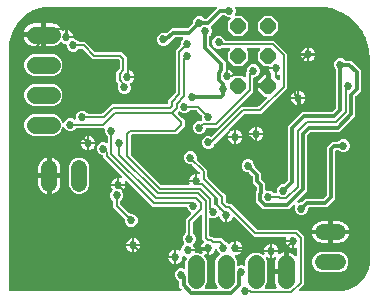
<source format=gbl>
G04 EAGLE Gerber RS-274X export*
G75*
%MOMM*%
%FSLAX34Y34*%
%LPD*%
%INBottom Copper*%
%IPPOS*%
%AMOC8*
5,1,8,0,0,1.08239X$1,22.5*%
G01*
%ADD10C,1.320800*%
%ADD11C,1.422400*%
%ADD12P,1.415766X8X292.500000*%
%ADD13C,0.685800*%
%ADD14C,0.203200*%
%ADD15C,0.304800*%

G36*
X151704Y14229D02*
X151704Y14229D01*
X151734Y14226D01*
X151845Y14249D01*
X151957Y14265D01*
X151984Y14277D01*
X152012Y14282D01*
X152113Y14335D01*
X152216Y14381D01*
X152239Y14400D01*
X152265Y14413D01*
X152347Y14491D01*
X152433Y14565D01*
X152450Y14589D01*
X152471Y14609D01*
X152528Y14707D01*
X152591Y14801D01*
X152600Y14829D01*
X152615Y14854D01*
X152642Y14964D01*
X152677Y15072D01*
X152677Y15102D01*
X152685Y15130D01*
X152681Y15243D01*
X152684Y15356D01*
X152677Y15385D01*
X152676Y15414D01*
X152641Y15522D01*
X152612Y15631D01*
X152597Y15657D01*
X152588Y15685D01*
X152543Y15748D01*
X152467Y15876D01*
X152421Y15919D01*
X152393Y15958D01*
X150875Y17476D01*
X150875Y21981D01*
X150875Y21983D01*
X150875Y21985D01*
X150855Y22125D01*
X150835Y22263D01*
X150835Y22264D01*
X150835Y22266D01*
X150776Y22396D01*
X150719Y22522D01*
X150718Y22524D01*
X150717Y22525D01*
X150627Y22632D01*
X150536Y22739D01*
X150534Y22740D01*
X150533Y22741D01*
X150521Y22749D01*
X150299Y22897D01*
X150270Y22906D01*
X150249Y22919D01*
X149306Y23310D01*
X147770Y24846D01*
X146938Y26854D01*
X146938Y29026D01*
X147770Y31034D01*
X149306Y32570D01*
X151314Y33402D01*
X153486Y33402D01*
X154551Y32961D01*
X154663Y32932D01*
X154772Y32897D01*
X154800Y32897D01*
X154827Y32890D01*
X154941Y32893D01*
X155056Y32890D01*
X155083Y32897D01*
X155111Y32898D01*
X155220Y32933D01*
X155331Y32962D01*
X155355Y32976D01*
X155382Y32984D01*
X155477Y33048D01*
X155576Y33107D01*
X155595Y33127D01*
X155618Y33143D01*
X155692Y33230D01*
X155770Y33314D01*
X155783Y33339D01*
X155801Y33360D01*
X155847Y33465D01*
X155900Y33567D01*
X155904Y33592D01*
X155916Y33620D01*
X155953Y33884D01*
X155955Y33899D01*
X155955Y39411D01*
X156884Y41654D01*
X156889Y41672D01*
X156898Y41688D01*
X156910Y41746D01*
X156919Y41765D01*
X156926Y41815D01*
X156955Y41930D01*
X156955Y41948D01*
X156959Y41965D01*
X156955Y42025D01*
X156958Y42047D01*
X156951Y42097D01*
X156947Y42214D01*
X156942Y42231D01*
X156941Y42249D01*
X156921Y42305D01*
X156917Y42328D01*
X156895Y42377D01*
X156861Y42484D01*
X156851Y42500D01*
X156844Y42517D01*
X156811Y42563D01*
X156800Y42587D01*
X156761Y42633D01*
X156702Y42721D01*
X156688Y42732D01*
X156678Y42747D01*
X156636Y42780D01*
X156616Y42804D01*
X156569Y42833D01*
X156485Y42904D01*
X156468Y42911D01*
X156454Y42922D01*
X156386Y42947D01*
X156384Y42948D01*
X156331Y42981D01*
X155152Y43470D01*
X154923Y43623D01*
X154858Y43654D01*
X154798Y43694D01*
X154730Y43716D01*
X154667Y43746D01*
X154596Y43758D01*
X154527Y43780D01*
X154456Y43782D01*
X154387Y43794D01*
X154315Y43786D01*
X154243Y43787D01*
X154174Y43770D01*
X154104Y43762D01*
X154037Y43734D01*
X153968Y43716D01*
X153907Y43680D01*
X153842Y43652D01*
X153785Y43607D01*
X153723Y43570D01*
X153675Y43519D01*
X153620Y43475D01*
X153578Y43416D01*
X153529Y43363D01*
X153497Y43300D01*
X153456Y43242D01*
X153432Y43174D01*
X153399Y43110D01*
X153389Y43051D01*
X153363Y42974D01*
X153356Y42854D01*
X153344Y42779D01*
X153344Y42646D01*
X153114Y41493D01*
X152664Y40406D01*
X152011Y39428D01*
X151180Y38597D01*
X150202Y37944D01*
X149115Y37494D01*
X148389Y37349D01*
X148389Y43234D01*
X148389Y49119D01*
X149115Y48974D01*
X150202Y48524D01*
X150431Y48371D01*
X150496Y48340D01*
X150556Y48300D01*
X150624Y48278D01*
X150687Y48248D01*
X150758Y48236D01*
X150827Y48214D01*
X150898Y48212D01*
X150967Y48200D01*
X151039Y48209D01*
X151111Y48207D01*
X151180Y48224D01*
X151250Y48232D01*
X151317Y48260D01*
X151386Y48278D01*
X151447Y48314D01*
X151512Y48342D01*
X151569Y48387D01*
X151631Y48424D01*
X151679Y48475D01*
X151734Y48519D01*
X151776Y48578D01*
X151825Y48631D01*
X151858Y48694D01*
X151898Y48752D01*
X151922Y48820D01*
X151955Y48884D01*
X151965Y48943D01*
X151991Y49020D01*
X151998Y49140D01*
X152010Y49215D01*
X152010Y49348D01*
X152240Y50501D01*
X152690Y51588D01*
X153343Y52566D01*
X154174Y53397D01*
X154492Y53609D01*
X154504Y53619D01*
X154517Y53627D01*
X154609Y53714D01*
X154704Y53799D01*
X154712Y53812D01*
X154723Y53822D01*
X154788Y53932D01*
X154855Y54039D01*
X154859Y54054D01*
X154867Y54068D01*
X154898Y54191D01*
X154933Y54313D01*
X154933Y54328D01*
X154937Y54343D01*
X154933Y54470D01*
X154933Y54597D01*
X154929Y54612D01*
X154928Y54627D01*
X154889Y54748D01*
X154854Y54870D01*
X154845Y54883D01*
X154841Y54898D01*
X154801Y54954D01*
X154702Y55110D01*
X154667Y55141D01*
X154646Y55171D01*
X154491Y55326D01*
X153659Y57334D01*
X153659Y59506D01*
X154491Y61514D01*
X155775Y62798D01*
X155827Y62868D01*
X155887Y62932D01*
X155913Y62981D01*
X155946Y63025D01*
X155977Y63107D01*
X156017Y63185D01*
X156025Y63232D01*
X156047Y63291D01*
X156059Y63439D01*
X156072Y63516D01*
X156072Y75024D01*
X160734Y79685D01*
X160803Y79777D01*
X160877Y79865D01*
X160888Y79890D01*
X160905Y79913D01*
X160946Y80020D01*
X160992Y80125D01*
X160996Y80152D01*
X161006Y80178D01*
X161015Y80293D01*
X161031Y80406D01*
X161027Y80434D01*
X161029Y80462D01*
X161007Y80574D01*
X160990Y80688D01*
X160979Y80713D01*
X160973Y80740D01*
X160921Y80842D01*
X160873Y80947D01*
X160855Y80968D01*
X160842Y80993D01*
X160763Y81076D01*
X160689Y81163D01*
X160668Y81176D01*
X160647Y81199D01*
X160417Y81333D01*
X160404Y81341D01*
X159466Y81730D01*
X157930Y83266D01*
X157171Y85098D01*
X157170Y85099D01*
X157170Y85100D01*
X157098Y85221D01*
X157027Y85342D01*
X157026Y85343D01*
X157025Y85345D01*
X156921Y85442D01*
X156820Y85538D01*
X156819Y85538D01*
X156817Y85539D01*
X156692Y85604D01*
X156567Y85668D01*
X156566Y85668D01*
X156564Y85669D01*
X156549Y85671D01*
X156288Y85723D01*
X156258Y85720D01*
X156233Y85724D01*
X127737Y85724D01*
X106380Y107081D01*
X106312Y107132D01*
X106249Y107191D01*
X106198Y107218D01*
X106153Y107252D01*
X106073Y107282D01*
X105996Y107322D01*
X105941Y107333D01*
X105887Y107353D01*
X105802Y107360D01*
X105717Y107377D01*
X105661Y107372D01*
X105604Y107376D01*
X105520Y107360D01*
X105434Y107352D01*
X105381Y107332D01*
X105325Y107321D01*
X105249Y107281D01*
X105169Y107250D01*
X105124Y107216D01*
X105073Y107190D01*
X105011Y107130D01*
X104942Y107078D01*
X104908Y107033D01*
X104867Y106994D01*
X104823Y106920D01*
X104772Y106851D01*
X104752Y106797D01*
X104723Y106748D01*
X104702Y106665D01*
X104672Y106585D01*
X104667Y106528D01*
X104653Y106473D01*
X104656Y106387D01*
X104649Y106301D01*
X104660Y106253D01*
X104662Y106189D01*
X104707Y106051D01*
X104724Y105974D01*
X104800Y105791D01*
X104945Y105065D01*
X100075Y105065D01*
X100075Y109935D01*
X100801Y109790D01*
X100984Y109714D01*
X101068Y109693D01*
X101148Y109662D01*
X101205Y109658D01*
X101260Y109643D01*
X101346Y109646D01*
X101431Y109639D01*
X101487Y109650D01*
X101544Y109652D01*
X101626Y109678D01*
X101710Y109695D01*
X101760Y109721D01*
X101815Y109738D01*
X101886Y109786D01*
X101962Y109826D01*
X102003Y109865D01*
X102051Y109896D01*
X102106Y109962D01*
X102168Y110021D01*
X102197Y110071D01*
X102234Y110114D01*
X102269Y110193D01*
X102312Y110267D01*
X102326Y110322D01*
X102349Y110374D01*
X102361Y110459D01*
X102382Y110542D01*
X102380Y110599D01*
X102388Y110655D01*
X102376Y110741D01*
X102373Y110826D01*
X102356Y110880D01*
X102348Y110937D01*
X102312Y111015D01*
X102286Y111097D01*
X102257Y111137D01*
X102230Y111196D01*
X102165Y111273D01*
X102143Y111309D01*
X102116Y111335D01*
X102091Y111370D01*
X86216Y127245D01*
X86216Y128143D01*
X86208Y128201D01*
X86210Y128259D01*
X86188Y128341D01*
X86176Y128425D01*
X86153Y128478D01*
X86138Y128534D01*
X86095Y128607D01*
X86060Y128684D01*
X86022Y128729D01*
X85993Y128779D01*
X85931Y128837D01*
X85877Y128901D01*
X85828Y128933D01*
X85785Y128973D01*
X85710Y129012D01*
X85640Y129059D01*
X85584Y129076D01*
X85532Y129103D01*
X85464Y129114D01*
X85369Y129144D01*
X85303Y129146D01*
X83266Y129990D01*
X81730Y131526D01*
X80898Y133534D01*
X80898Y135706D01*
X81730Y137714D01*
X83266Y139250D01*
X85274Y140082D01*
X87446Y140082D01*
X88876Y139489D01*
X88988Y139461D01*
X89097Y139426D01*
X89125Y139425D01*
X89152Y139418D01*
X89266Y139422D01*
X89381Y139419D01*
X89408Y139426D01*
X89436Y139427D01*
X89545Y139462D01*
X89656Y139491D01*
X89680Y139505D01*
X89707Y139513D01*
X89802Y139577D01*
X89901Y139636D01*
X89920Y139656D01*
X89943Y139672D01*
X90017Y139759D01*
X90095Y139843D01*
X90108Y139868D01*
X90126Y139889D01*
X90172Y139994D01*
X90225Y140096D01*
X90229Y140121D01*
X90241Y140149D01*
X90278Y140413D01*
X90280Y140427D01*
X90280Y144764D01*
X90268Y144851D01*
X90265Y144938D01*
X90248Y144991D01*
X90240Y145046D01*
X90205Y145125D01*
X90178Y145209D01*
X90150Y145248D01*
X90124Y145305D01*
X90028Y145418D01*
X89983Y145482D01*
X88699Y146766D01*
X87867Y148774D01*
X87867Y150876D01*
X87859Y150934D01*
X87861Y150992D01*
X87839Y151074D01*
X87827Y151158D01*
X87804Y151211D01*
X87789Y151267D01*
X87746Y151340D01*
X87711Y151417D01*
X87673Y151462D01*
X87644Y151512D01*
X87582Y151570D01*
X87528Y151634D01*
X87479Y151666D01*
X87436Y151706D01*
X87361Y151745D01*
X87291Y151792D01*
X87235Y151809D01*
X87183Y151836D01*
X87115Y151847D01*
X87020Y151877D01*
X86920Y151880D01*
X86852Y151891D01*
X63516Y151891D01*
X63429Y151879D01*
X63342Y151876D01*
X63289Y151859D01*
X63234Y151851D01*
X63155Y151816D01*
X63071Y151789D01*
X63032Y151761D01*
X62975Y151735D01*
X62862Y151639D01*
X62798Y151594D01*
X61514Y150310D01*
X59506Y149478D01*
X57334Y149478D01*
X55326Y150310D01*
X53790Y151846D01*
X53477Y152601D01*
X53462Y152626D01*
X53453Y152654D01*
X53390Y152748D01*
X53333Y152846D01*
X53311Y152866D01*
X53295Y152890D01*
X53208Y152963D01*
X53126Y153041D01*
X53100Y153054D01*
X53077Y153073D01*
X52974Y153119D01*
X52873Y153171D01*
X52845Y153177D01*
X52818Y153189D01*
X52706Y153204D01*
X52594Y153226D01*
X52565Y153224D01*
X52536Y153228D01*
X52424Y153211D01*
X52311Y153202D01*
X52284Y153191D01*
X52255Y153187D01*
X52152Y153140D01*
X52046Y153100D01*
X52022Y153082D01*
X51996Y153070D01*
X51910Y152996D01*
X51819Y152928D01*
X51802Y152904D01*
X51779Y152885D01*
X51738Y152819D01*
X51649Y152700D01*
X51627Y152642D01*
X51601Y152601D01*
X50425Y149760D01*
X47852Y147187D01*
X44491Y145795D01*
X26629Y145795D01*
X23268Y147187D01*
X20695Y149760D01*
X19303Y153121D01*
X19303Y156759D01*
X20695Y160120D01*
X23268Y162693D01*
X26629Y164085D01*
X44491Y164085D01*
X47852Y162693D01*
X50425Y160120D01*
X51601Y157279D01*
X51616Y157254D01*
X51625Y157226D01*
X51688Y157132D01*
X51746Y157034D01*
X51767Y157014D01*
X51783Y156990D01*
X51870Y156917D01*
X51952Y156839D01*
X51979Y156826D01*
X52001Y156807D01*
X52104Y156761D01*
X52205Y156709D01*
X52234Y156703D01*
X52261Y156691D01*
X52373Y156676D01*
X52484Y156654D01*
X52513Y156656D01*
X52542Y156652D01*
X52655Y156669D01*
X52767Y156678D01*
X52795Y156689D01*
X52824Y156693D01*
X52927Y156740D01*
X53033Y156780D01*
X53056Y156798D01*
X53083Y156810D01*
X53169Y156884D01*
X53259Y156952D01*
X53277Y156975D01*
X53299Y156995D01*
X53341Y157061D01*
X53430Y157180D01*
X53452Y157238D01*
X53477Y157279D01*
X53790Y158034D01*
X55326Y159570D01*
X57334Y160402D01*
X59506Y160402D01*
X61608Y159531D01*
X61611Y159529D01*
X61639Y159518D01*
X61664Y159501D01*
X61730Y159480D01*
X61768Y159461D01*
X61804Y159455D01*
X61877Y159427D01*
X61907Y159425D01*
X61935Y159416D01*
X62048Y159413D01*
X62065Y159411D01*
X62099Y159406D01*
X62103Y159406D01*
X62114Y159407D01*
X62160Y159403D01*
X62189Y159409D01*
X62219Y159408D01*
X62328Y159437D01*
X62340Y159439D01*
X62385Y159445D01*
X62395Y159450D01*
X62439Y159459D01*
X62466Y159473D01*
X62494Y159480D01*
X62591Y159538D01*
X62597Y159541D01*
X62644Y159562D01*
X62654Y159570D01*
X62691Y159589D01*
X62713Y159610D01*
X62739Y159625D01*
X62815Y159706D01*
X62861Y159745D01*
X62870Y159758D01*
X62898Y159785D01*
X62913Y159811D01*
X62933Y159833D01*
X62980Y159925D01*
X63019Y159982D01*
X63024Y160001D01*
X63042Y160030D01*
X63049Y160059D01*
X63063Y160086D01*
X63076Y160162D01*
X63104Y160253D01*
X63105Y160277D01*
X63112Y160306D01*
X63110Y160369D01*
X63118Y160417D01*
X63118Y162503D01*
X63950Y164511D01*
X65486Y166047D01*
X67494Y166879D01*
X69666Y166879D01*
X71674Y166047D01*
X72958Y164763D01*
X73028Y164711D01*
X73092Y164651D01*
X73141Y164625D01*
X73185Y164592D01*
X73267Y164561D01*
X73345Y164521D01*
X73392Y164513D01*
X73451Y164491D01*
X73599Y164479D01*
X73676Y164466D01*
X85406Y164466D01*
X85493Y164478D01*
X85580Y164481D01*
X85633Y164498D01*
X85688Y164506D01*
X85768Y164541D01*
X85851Y164568D01*
X85890Y164596D01*
X85947Y164622D01*
X86060Y164718D01*
X86124Y164763D01*
X93574Y172213D01*
X140335Y172213D01*
X140393Y172221D01*
X140451Y172219D01*
X140533Y172241D01*
X140617Y172253D01*
X140670Y172276D01*
X140726Y172291D01*
X140799Y172334D01*
X140876Y172369D01*
X140921Y172407D01*
X140971Y172436D01*
X141029Y172498D01*
X141093Y172552D01*
X141125Y172601D01*
X141165Y172644D01*
X141204Y172719D01*
X141251Y172789D01*
X141268Y172845D01*
X141295Y172897D01*
X141306Y172965D01*
X141336Y173060D01*
X141339Y173160D01*
X141350Y173228D01*
X141350Y175809D01*
X147530Y181989D01*
X147582Y182058D01*
X147642Y182122D01*
X147668Y182172D01*
X147701Y182216D01*
X147732Y182298D01*
X147772Y182376D01*
X147780Y182423D01*
X147802Y182482D01*
X147810Y182578D01*
X147813Y182588D01*
X147814Y182630D01*
X147827Y182707D01*
X147827Y218179D01*
X151721Y222072D01*
X151773Y222142D01*
X151833Y222206D01*
X151859Y222256D01*
X151892Y222300D01*
X151923Y222381D01*
X151963Y222459D01*
X151971Y222507D01*
X151993Y222565D01*
X152005Y222713D01*
X152018Y222790D01*
X152018Y224606D01*
X152850Y226614D01*
X153991Y227755D01*
X153999Y227766D01*
X154001Y227767D01*
X154005Y227774D01*
X154009Y227779D01*
X154031Y227798D01*
X154094Y227892D01*
X154162Y227982D01*
X154172Y228010D01*
X154189Y228034D01*
X154223Y228142D01*
X154263Y228248D01*
X154266Y228277D01*
X154274Y228305D01*
X154277Y228419D01*
X154287Y228531D01*
X154281Y228560D01*
X154282Y228589D01*
X154253Y228699D01*
X154231Y228810D01*
X154217Y228836D01*
X154210Y228864D01*
X154152Y228962D01*
X154100Y229062D01*
X154080Y229084D01*
X154065Y229109D01*
X153982Y229186D01*
X153904Y229268D01*
X153879Y229283D01*
X153857Y229303D01*
X153757Y229355D01*
X153659Y229412D01*
X153630Y229419D01*
X153604Y229433D01*
X153527Y229446D01*
X153383Y229482D01*
X153321Y229480D01*
X153273Y229488D01*
X147590Y229488D01*
X147504Y229476D01*
X147416Y229473D01*
X147364Y229456D01*
X147309Y229448D01*
X147229Y229413D01*
X147146Y229386D01*
X147107Y229358D01*
X147050Y229332D01*
X146936Y229236D01*
X146873Y229191D01*
X141964Y224282D01*
X141945Y224257D01*
X141921Y224237D01*
X141880Y224171D01*
X141832Y224107D01*
X140254Y222529D01*
X138246Y221697D01*
X136074Y221697D01*
X134066Y222529D01*
X132530Y224065D01*
X131698Y226073D01*
X131698Y228245D01*
X132530Y230253D01*
X134066Y231789D01*
X136074Y232621D01*
X138246Y232621D01*
X139031Y232296D01*
X139033Y232295D01*
X139034Y232295D01*
X139167Y232261D01*
X139306Y232225D01*
X139308Y232225D01*
X139310Y232224D01*
X139450Y232229D01*
X139591Y232233D01*
X139592Y232233D01*
X139594Y232233D01*
X139729Y232277D01*
X139861Y232320D01*
X139863Y232320D01*
X139864Y232321D01*
X139877Y232330D01*
X140097Y232478D01*
X140117Y232501D01*
X140138Y232516D01*
X141843Y234221D01*
X144223Y236602D01*
X157491Y236602D01*
X157578Y236614D01*
X157665Y236617D01*
X157718Y236634D01*
X157773Y236642D01*
X157853Y236677D01*
X157936Y236704D01*
X157975Y236732D01*
X158032Y236758D01*
X158145Y236854D01*
X158209Y236899D01*
X161881Y240571D01*
X161933Y240641D01*
X161993Y240705D01*
X162019Y240754D01*
X162052Y240798D01*
X162083Y240880D01*
X162123Y240958D01*
X162131Y241005D01*
X162153Y241064D01*
X162165Y241211D01*
X162178Y241289D01*
X162178Y242386D01*
X163010Y244394D01*
X164546Y245930D01*
X166554Y246762D01*
X168726Y246762D01*
X170734Y245930D01*
X171510Y245154D01*
X171580Y245102D01*
X171644Y245042D01*
X171693Y245016D01*
X171737Y244983D01*
X171819Y244952D01*
X171897Y244912D01*
X171944Y244904D01*
X172003Y244882D01*
X172151Y244870D01*
X172228Y244857D01*
X173366Y244857D01*
X173453Y244869D01*
X173540Y244872D01*
X173593Y244889D01*
X173648Y244897D01*
X173728Y244932D01*
X173811Y244959D01*
X173850Y244987D01*
X173907Y245013D01*
X174020Y245109D01*
X174084Y245154D01*
X182212Y253282D01*
X182230Y253306D01*
X182252Y253325D01*
X182315Y253419D01*
X182383Y253509D01*
X182393Y253537D01*
X182410Y253561D01*
X182444Y253669D01*
X182484Y253775D01*
X182487Y253804D01*
X182496Y253832D01*
X182498Y253946D01*
X182508Y254058D01*
X182502Y254087D01*
X182503Y254116D01*
X182474Y254226D01*
X182452Y254337D01*
X182438Y254363D01*
X182431Y254391D01*
X182373Y254489D01*
X182321Y254589D01*
X182301Y254611D01*
X182286Y254636D01*
X182203Y254713D01*
X182125Y254795D01*
X182100Y254810D01*
X182078Y254830D01*
X181978Y254882D01*
X181880Y254939D01*
X181851Y254946D01*
X181825Y254960D01*
X181748Y254973D01*
X181604Y255009D01*
X181542Y255007D01*
X181494Y255015D01*
X41839Y255015D01*
X41799Y255010D01*
X41767Y255013D01*
X36897Y254664D01*
X36815Y254647D01*
X36753Y254644D01*
X31983Y253606D01*
X31904Y253577D01*
X31844Y253565D01*
X27269Y251859D01*
X27195Y251819D01*
X27137Y251799D01*
X22852Y249459D01*
X22785Y249409D01*
X22730Y249381D01*
X18822Y246455D01*
X18762Y246395D01*
X18712Y246360D01*
X15260Y242908D01*
X15210Y242840D01*
X15165Y242798D01*
X12239Y238890D01*
X12199Y238816D01*
X12161Y238768D01*
X9821Y234483D01*
X9792Y234404D01*
X9761Y234351D01*
X8055Y229776D01*
X8037Y229694D01*
X8014Y229637D01*
X6976Y224867D01*
X6970Y224783D01*
X6956Y224723D01*
X6607Y219853D01*
X6610Y219813D01*
X6605Y219781D01*
X6605Y15240D01*
X6613Y15182D01*
X6611Y15124D01*
X6633Y15042D01*
X6645Y14959D01*
X6669Y14905D01*
X6683Y14849D01*
X6726Y14776D01*
X6761Y14699D01*
X6799Y14654D01*
X6829Y14604D01*
X6890Y14546D01*
X6945Y14482D01*
X6993Y14450D01*
X7036Y14410D01*
X7111Y14371D01*
X7181Y14325D01*
X7237Y14307D01*
X7289Y14280D01*
X7357Y14269D01*
X7452Y14239D01*
X7552Y14236D01*
X7620Y14225D01*
X151675Y14225D01*
X151704Y14229D01*
G37*
G36*
X285790Y14230D02*
X285790Y14230D01*
X285822Y14227D01*
X289437Y14486D01*
X289519Y14504D01*
X289581Y14506D01*
X293122Y15277D01*
X293201Y15306D01*
X293261Y15318D01*
X296656Y16584D01*
X296730Y16624D01*
X296788Y16644D01*
X299969Y18381D01*
X300033Y18429D01*
X300062Y18442D01*
X300070Y18449D01*
X300091Y18459D01*
X302992Y20631D01*
X303051Y20691D01*
X303101Y20726D01*
X305664Y23289D01*
X305714Y23356D01*
X305759Y23398D01*
X307931Y26299D01*
X307971Y26373D01*
X308009Y26421D01*
X309746Y29602D01*
X309775Y29681D01*
X309806Y29734D01*
X311072Y33129D01*
X311090Y33211D01*
X311113Y33268D01*
X311884Y36809D01*
X311890Y36893D01*
X311904Y36953D01*
X312163Y40568D01*
X312160Y40608D01*
X312165Y40640D01*
X312165Y211266D01*
X312160Y211302D01*
X312163Y211332D01*
X311797Y216910D01*
X311782Y216985D01*
X311780Y217042D01*
X310690Y222524D01*
X310664Y222596D01*
X310655Y222652D01*
X308858Y227946D01*
X308824Y228014D01*
X308808Y228068D01*
X306335Y233082D01*
X306292Y233145D01*
X306269Y233197D01*
X303163Y237845D01*
X303112Y237902D01*
X303082Y237950D01*
X299397Y242153D01*
X299339Y242203D01*
X299303Y242247D01*
X295100Y245932D01*
X295036Y245974D01*
X294995Y246013D01*
X290347Y249119D01*
X290278Y249152D01*
X290232Y249185D01*
X285218Y251658D01*
X285146Y251681D01*
X285096Y251708D01*
X279802Y253505D01*
X279727Y253519D01*
X279674Y253540D01*
X274192Y254630D01*
X274115Y254634D01*
X274060Y254647D01*
X268482Y255013D01*
X268445Y255010D01*
X268416Y255015D01*
X198999Y255015D01*
X198885Y254999D01*
X198770Y254989D01*
X198744Y254979D01*
X198717Y254975D01*
X198612Y254928D01*
X198505Y254887D01*
X198483Y254871D01*
X198458Y254859D01*
X198370Y254785D01*
X198278Y254716D01*
X198262Y254693D01*
X198241Y254676D01*
X198177Y254580D01*
X198108Y254488D01*
X198098Y254462D01*
X198083Y254439D01*
X198048Y254329D01*
X198008Y254222D01*
X198006Y254194D01*
X197997Y254168D01*
X197994Y254053D01*
X197985Y253939D01*
X197991Y253914D01*
X197990Y253884D01*
X198057Y253627D01*
X198061Y253611D01*
X198502Y252546D01*
X198502Y250374D01*
X197824Y248737D01*
X197795Y248625D01*
X197760Y248516D01*
X197760Y248488D01*
X197753Y248461D01*
X197756Y248347D01*
X197753Y248232D01*
X197760Y248205D01*
X197761Y248177D01*
X197796Y248068D01*
X197825Y247957D01*
X197839Y247933D01*
X197847Y247906D01*
X197911Y247811D01*
X197970Y247712D01*
X197990Y247693D01*
X198006Y247670D01*
X198094Y247596D01*
X198177Y247518D01*
X198202Y247505D01*
X198223Y247487D01*
X198328Y247441D01*
X198431Y247388D01*
X198455Y247384D01*
X198483Y247372D01*
X198747Y247335D01*
X198762Y247333D01*
X204211Y247333D01*
X209233Y242311D01*
X209233Y235209D01*
X204211Y230187D01*
X197109Y230187D01*
X192087Y235209D01*
X192087Y242311D01*
X194041Y244265D01*
X194059Y244289D01*
X194082Y244308D01*
X194144Y244402D01*
X194212Y244492D01*
X194223Y244520D01*
X194239Y244544D01*
X194273Y244652D01*
X194314Y244758D01*
X194316Y244787D01*
X194325Y244815D01*
X194328Y244929D01*
X194337Y245041D01*
X194331Y245070D01*
X194332Y245099D01*
X194304Y245209D01*
X194281Y245320D01*
X194268Y245346D01*
X194260Y245374D01*
X194203Y245472D01*
X194150Y245572D01*
X194130Y245594D01*
X194115Y245619D01*
X194033Y245696D01*
X193955Y245778D01*
X193929Y245793D01*
X193908Y245813D01*
X193807Y245865D01*
X193709Y245922D01*
X193681Y245929D01*
X193655Y245943D01*
X193577Y245956D01*
X193434Y245992D01*
X193371Y245990D01*
X193324Y245998D01*
X191954Y245998D01*
X189946Y246830D01*
X189170Y247606D01*
X189100Y247658D01*
X189036Y247718D01*
X188987Y247744D01*
X188943Y247777D01*
X188861Y247808D01*
X188783Y247848D01*
X188736Y247856D01*
X188677Y247878D01*
X188529Y247890D01*
X188452Y247903D01*
X187314Y247903D01*
X187227Y247891D01*
X187140Y247888D01*
X187087Y247871D01*
X187032Y247863D01*
X186952Y247828D01*
X186869Y247801D01*
X186830Y247773D01*
X186773Y247747D01*
X186660Y247651D01*
X186596Y247606D01*
X179114Y240124D01*
X177556Y238566D01*
X177555Y238565D01*
X177554Y238564D01*
X177469Y238450D01*
X177385Y238339D01*
X177384Y238337D01*
X177383Y238336D01*
X177334Y238204D01*
X177284Y238073D01*
X177284Y238071D01*
X177283Y238070D01*
X177272Y237932D01*
X177260Y237790D01*
X177261Y237788D01*
X177260Y237787D01*
X177264Y237772D01*
X177316Y237511D01*
X177330Y237484D01*
X177336Y237460D01*
X178182Y235417D01*
X178182Y233245D01*
X177350Y231237D01*
X176574Y230461D01*
X176522Y230391D01*
X176462Y230327D01*
X176436Y230278D01*
X176403Y230234D01*
X176372Y230152D01*
X176332Y230074D01*
X176324Y230027D01*
X176302Y229968D01*
X176290Y229820D01*
X176277Y229743D01*
X176277Y222181D01*
X176289Y222094D01*
X176292Y222007D01*
X176309Y221954D01*
X176317Y221900D01*
X176352Y221820D01*
X176379Y221737D01*
X176407Y221697D01*
X176433Y221640D01*
X176529Y221527D01*
X176574Y221463D01*
X189900Y208137D01*
X189900Y203161D01*
X189909Y203103D01*
X189907Y203045D01*
X189928Y202963D01*
X189940Y202880D01*
X189964Y202826D01*
X189979Y202770D01*
X190022Y202697D01*
X190056Y202620D01*
X190081Y202592D01*
X190081Y196176D01*
X190089Y196119D01*
X190087Y196060D01*
X190109Y195978D01*
X190121Y195895D01*
X190144Y195842D01*
X190159Y195785D01*
X190202Y195713D01*
X190237Y195636D01*
X190275Y195591D01*
X190304Y195541D01*
X190305Y195540D01*
X190366Y195483D01*
X190420Y195419D01*
X190421Y195418D01*
X190470Y195386D01*
X190512Y195346D01*
X190587Y195307D01*
X190658Y195260D01*
X190713Y195243D01*
X190765Y195216D01*
X190833Y195205D01*
X190929Y195175D01*
X191028Y195172D01*
X191096Y195161D01*
X195317Y195161D01*
X195379Y195170D01*
X195443Y195169D01*
X195520Y195189D01*
X195598Y195201D01*
X195656Y195226D01*
X195717Y195243D01*
X195773Y195279D01*
X195857Y195317D01*
X195939Y195386D01*
X195999Y195425D01*
X196000Y195425D01*
X196034Y195466D01*
X196074Y195500D01*
X196074Y195501D01*
X196075Y195501D01*
X196124Y195575D01*
X196181Y195644D01*
X196203Y195693D01*
X196232Y195737D01*
X196259Y195823D01*
X196295Y195904D01*
X196302Y195957D01*
X196318Y196008D01*
X196320Y196098D01*
X196332Y196186D01*
X196324Y196239D01*
X196325Y196293D01*
X196303Y196379D01*
X196289Y196467D01*
X196267Y196516D01*
X196254Y196568D01*
X196208Y196644D01*
X196171Y196726D01*
X196136Y196766D01*
X196108Y196812D01*
X196043Y196873D01*
X195985Y196941D01*
X195940Y196970D01*
X195901Y197007D01*
X195821Y197047D01*
X195747Y197096D01*
X195696Y197112D01*
X195648Y197136D01*
X195577Y197148D01*
X195475Y197179D01*
X195382Y197181D01*
X195317Y197192D01*
X192112Y197192D01*
X192112Y202061D01*
X192838Y201916D01*
X193924Y201466D01*
X194902Y200813D01*
X195733Y199982D01*
X196386Y199004D01*
X196836Y197918D01*
X196949Y197350D01*
X196983Y197254D01*
X197008Y197157D01*
X197030Y197121D01*
X197043Y197082D01*
X197102Y196999D01*
X197154Y196912D01*
X197184Y196884D01*
X197208Y196850D01*
X197287Y196787D01*
X197361Y196718D01*
X197398Y196699D01*
X197430Y196673D01*
X197524Y196634D01*
X197614Y196588D01*
X197650Y196582D01*
X197693Y196564D01*
X197877Y196544D01*
X197945Y196533D01*
X204211Y196533D01*
X205466Y195278D01*
X205490Y195260D01*
X205509Y195237D01*
X205603Y195175D01*
X205693Y195107D01*
X205721Y195096D01*
X205745Y195080D01*
X205853Y195046D01*
X205959Y195005D01*
X205988Y195003D01*
X206016Y194994D01*
X206130Y194991D01*
X206242Y194982D01*
X206271Y194988D01*
X206300Y194987D01*
X206410Y195015D01*
X206521Y195038D01*
X206547Y195051D01*
X206575Y195059D01*
X206673Y195116D01*
X206773Y195169D01*
X206795Y195189D01*
X206820Y195204D01*
X206897Y195286D01*
X206979Y195364D01*
X206994Y195390D01*
X207014Y195411D01*
X207066Y195512D01*
X207123Y195610D01*
X207130Y195638D01*
X207144Y195664D01*
X207157Y195742D01*
X207193Y195885D01*
X207191Y195948D01*
X207199Y195995D01*
X207199Y198811D01*
X207601Y199212D01*
X207653Y199282D01*
X207713Y199346D01*
X207739Y199396D01*
X207772Y199440D01*
X207803Y199521D01*
X207843Y199599D01*
X207851Y199647D01*
X207873Y199705D01*
X207885Y199853D01*
X207898Y199930D01*
X207898Y201746D01*
X208730Y203754D01*
X210266Y205290D01*
X212274Y206122D01*
X214446Y206122D01*
X216454Y205290D01*
X217990Y203754D01*
X218822Y201746D01*
X218822Y199574D01*
X217990Y197566D01*
X216454Y196030D01*
X214446Y195198D01*
X214312Y195198D01*
X214254Y195190D01*
X214196Y195192D01*
X214114Y195170D01*
X214030Y195158D01*
X213977Y195135D01*
X213921Y195120D01*
X213848Y195077D01*
X213771Y195042D01*
X213726Y195004D01*
X213676Y194975D01*
X213618Y194913D01*
X213554Y194859D01*
X213522Y194810D01*
X213482Y194767D01*
X213443Y194692D01*
X213396Y194622D01*
X213379Y194566D01*
X213352Y194514D01*
X213341Y194446D01*
X213311Y194351D01*
X213308Y194251D01*
X213297Y194183D01*
X213297Y182726D01*
X182954Y152383D01*
X174117Y152383D01*
X174059Y152375D01*
X174001Y152377D01*
X173919Y152355D01*
X173835Y152343D01*
X173782Y152320D01*
X173726Y152305D01*
X173653Y152262D01*
X173576Y152227D01*
X173531Y152189D01*
X173481Y152160D01*
X173423Y152098D01*
X173359Y152044D01*
X173327Y151995D01*
X173287Y151952D01*
X173248Y151877D01*
X173201Y151807D01*
X173184Y151751D01*
X173157Y151699D01*
X173146Y151631D01*
X173116Y151536D01*
X173113Y151436D01*
X173102Y151368D01*
X173102Y151314D01*
X172270Y149306D01*
X170734Y147770D01*
X168726Y146938D01*
X166554Y146938D01*
X164546Y147770D01*
X163010Y149306D01*
X162178Y151314D01*
X162178Y153486D01*
X163010Y155494D01*
X164546Y157030D01*
X166554Y157862D01*
X168370Y157862D01*
X168456Y157874D01*
X168544Y157877D01*
X168596Y157894D01*
X168651Y157902D01*
X168731Y157937D01*
X168814Y157964D01*
X168853Y157992D01*
X168911Y158018D01*
X169024Y158114D01*
X169088Y158159D01*
X169431Y158503D01*
X169477Y158507D01*
X169503Y158517D01*
X169530Y158521D01*
X169635Y158568D01*
X169742Y158609D01*
X169764Y158625D01*
X169790Y158637D01*
X169877Y158711D01*
X169969Y158780D01*
X169986Y158803D01*
X170007Y158820D01*
X170070Y158916D01*
X170139Y159008D01*
X170149Y159034D01*
X170164Y159057D01*
X170199Y159167D01*
X170240Y159274D01*
X170242Y159302D01*
X170250Y159328D01*
X170253Y159443D01*
X170262Y159557D01*
X170257Y159582D01*
X170257Y159612D01*
X170190Y159869D01*
X170187Y159885D01*
X169798Y160823D01*
X169798Y162639D01*
X169786Y162725D01*
X169783Y162813D01*
X169766Y162865D01*
X169758Y162920D01*
X169723Y163000D01*
X169696Y163083D01*
X169668Y163122D01*
X169642Y163180D01*
X169546Y163293D01*
X169501Y163357D01*
X166024Y166834D01*
X165954Y166886D01*
X165890Y166946D01*
X165840Y166972D01*
X165796Y167005D01*
X165715Y167036D01*
X165637Y167076D01*
X165589Y167084D01*
X165531Y167106D01*
X165383Y167118D01*
X165306Y167131D01*
X160036Y167131D01*
X159949Y167119D01*
X159862Y167116D01*
X159809Y167099D01*
X159754Y167091D01*
X159675Y167056D01*
X159591Y167029D01*
X159552Y167001D01*
X159495Y166975D01*
X159382Y166879D01*
X159318Y166834D01*
X158034Y165550D01*
X156026Y164718D01*
X153854Y164718D01*
X151846Y165550D01*
X151412Y165984D01*
X151365Y166019D01*
X151325Y166062D01*
X151252Y166105D01*
X151184Y166155D01*
X151130Y166176D01*
X151079Y166206D01*
X150998Y166226D01*
X150919Y166256D01*
X150860Y166261D01*
X150804Y166276D01*
X150720Y166273D01*
X150636Y166280D01*
X150578Y166268D01*
X150520Y166267D01*
X150439Y166241D01*
X150357Y166224D01*
X150305Y166197D01*
X150249Y166179D01*
X150193Y166139D01*
X150104Y166093D01*
X150032Y166024D01*
X149976Y165984D01*
X149809Y165818D01*
X149774Y165771D01*
X149732Y165731D01*
X149689Y165658D01*
X149639Y165591D01*
X149618Y165536D01*
X149588Y165486D01*
X149567Y165404D01*
X149537Y165325D01*
X149532Y165267D01*
X149518Y165210D01*
X149521Y165126D01*
X149514Y165042D01*
X149525Y164984D01*
X149527Y164926D01*
X149553Y164846D01*
X149570Y164763D01*
X149597Y164711D01*
X149615Y164655D01*
X149655Y164599D01*
X149701Y164511D01*
X149769Y164438D01*
X149809Y164382D01*
X153365Y160826D01*
X153366Y160826D01*
X155449Y158743D01*
X155449Y153677D01*
X148583Y146811D01*
X110903Y146811D01*
X110817Y146799D01*
X110729Y146796D01*
X110677Y146779D01*
X110622Y146771D01*
X110542Y146736D01*
X110459Y146709D01*
X110420Y146681D01*
X110362Y146655D01*
X110249Y146559D01*
X110185Y146514D01*
X110026Y146355D01*
X109974Y146285D01*
X109914Y146221D01*
X109888Y146171D01*
X109855Y146127D01*
X109824Y146046D01*
X109784Y145968D01*
X109776Y145920D01*
X109754Y145862D01*
X109742Y145714D01*
X109729Y145637D01*
X109729Y130018D01*
X109741Y129931D01*
X109744Y129844D01*
X109761Y129791D01*
X109769Y129737D01*
X109804Y129657D01*
X109831Y129574D01*
X109859Y129534D01*
X109885Y129477D01*
X109981Y129364D01*
X110026Y129300D01*
X135015Y104311D01*
X135085Y104259D01*
X135149Y104199D01*
X135198Y104173D01*
X135242Y104140D01*
X135324Y104109D01*
X135402Y104069D01*
X135450Y104061D01*
X135508Y104039D01*
X135656Y104027D01*
X135733Y104014D01*
X158539Y104014D01*
X158653Y104030D01*
X158767Y104040D01*
X158793Y104050D01*
X158821Y104054D01*
X158925Y104100D01*
X159032Y104142D01*
X159055Y104158D01*
X159080Y104170D01*
X159168Y104244D01*
X159259Y104313D01*
X159276Y104336D01*
X159297Y104353D01*
X159361Y104449D01*
X159429Y104541D01*
X159439Y104567D01*
X159455Y104590D01*
X159489Y104700D01*
X159530Y104807D01*
X159532Y104835D01*
X159540Y104861D01*
X159543Y104976D01*
X159552Y105090D01*
X159547Y105115D01*
X159548Y105145D01*
X159481Y105402D01*
X159477Y105418D01*
X159360Y105701D01*
X159215Y106427D01*
X165100Y106427D01*
X165158Y106435D01*
X165216Y106433D01*
X165298Y106455D01*
X165381Y106466D01*
X165435Y106490D01*
X165491Y106505D01*
X165564Y106548D01*
X165641Y106583D01*
X165685Y106620D01*
X165735Y106650D01*
X165736Y106651D01*
X165793Y106712D01*
X165858Y106766D01*
X165858Y106767D01*
X165890Y106815D01*
X165930Y106858D01*
X165969Y106933D01*
X166016Y107003D01*
X166033Y107059D01*
X166060Y107111D01*
X166071Y107179D01*
X166101Y107274D01*
X166104Y107374D01*
X166115Y107442D01*
X166115Y113327D01*
X166910Y113169D01*
X167039Y113161D01*
X167167Y113151D01*
X167180Y113153D01*
X167194Y113153D01*
X167320Y113181D01*
X167445Y113207D01*
X167458Y113213D01*
X167471Y113216D01*
X167584Y113279D01*
X167698Y113338D01*
X167708Y113347D01*
X167720Y113354D01*
X167811Y113446D01*
X167904Y113533D01*
X167911Y113545D01*
X167921Y113555D01*
X167983Y113668D01*
X168048Y113779D01*
X168051Y113792D01*
X168058Y113804D01*
X168086Y113930D01*
X168118Y114054D01*
X168117Y114068D01*
X168120Y114082D01*
X168113Y114210D01*
X168109Y114338D01*
X168104Y114352D01*
X168103Y114365D01*
X168061Y114487D01*
X168021Y114609D01*
X168014Y114619D01*
X168009Y114633D01*
X167843Y114865D01*
X167833Y114873D01*
X167826Y114882D01*
X161468Y121241D01*
X161398Y121293D01*
X161334Y121353D01*
X161284Y121379D01*
X161240Y121412D01*
X161159Y121443D01*
X161081Y121483D01*
X161033Y121491D01*
X160975Y121513D01*
X160827Y121525D01*
X160750Y121538D01*
X158934Y121538D01*
X156926Y122370D01*
X155390Y123906D01*
X154558Y125914D01*
X154558Y128086D01*
X155390Y130094D01*
X156926Y131630D01*
X158934Y132462D01*
X161106Y132462D01*
X163114Y131630D01*
X164650Y130094D01*
X165482Y128086D01*
X165482Y126270D01*
X165494Y126184D01*
X165497Y126096D01*
X165514Y126044D01*
X165522Y125989D01*
X165557Y125909D01*
X165584Y125826D01*
X165612Y125787D01*
X165638Y125729D01*
X165734Y125616D01*
X165779Y125552D01*
X174626Y116706D01*
X174626Y111176D01*
X174638Y111089D01*
X174641Y111002D01*
X174658Y110949D01*
X174666Y110894D01*
X174701Y110814D01*
X174728Y110731D01*
X174756Y110692D01*
X174782Y110635D01*
X174878Y110522D01*
X174923Y110458D01*
X175322Y110059D01*
X175322Y110058D01*
X187909Y97471D01*
X187910Y97471D01*
X189993Y95388D01*
X189993Y90505D01*
X190005Y90418D01*
X190008Y90331D01*
X190025Y90278D01*
X190033Y90223D01*
X190068Y90143D01*
X190095Y90060D01*
X190123Y90021D01*
X190149Y89964D01*
X190245Y89851D01*
X190290Y89787D01*
X191514Y88563D01*
X191584Y88511D01*
X191647Y88451D01*
X191697Y88425D01*
X191741Y88392D01*
X191823Y88361D01*
X191901Y88321D01*
X191948Y88313D01*
X192007Y88291D01*
X192154Y88279D01*
X192232Y88266D01*
X194446Y88266D01*
X216238Y66473D01*
X216308Y66421D01*
X216372Y66361D01*
X216421Y66335D01*
X216466Y66302D01*
X216547Y66271D01*
X216625Y66231D01*
X216673Y66223D01*
X216731Y66201D01*
X216879Y66189D01*
X216956Y66176D01*
X251096Y66176D01*
X253179Y64093D01*
X253179Y64092D01*
X254592Y62679D01*
X254593Y62679D01*
X256676Y60596D01*
X256676Y20064D01*
X252570Y15958D01*
X252552Y15934D01*
X252530Y15916D01*
X252467Y15821D01*
X252399Y15731D01*
X252389Y15703D01*
X252372Y15679D01*
X252338Y15571D01*
X252298Y15465D01*
X252295Y15436D01*
X252286Y15408D01*
X252284Y15294D01*
X252274Y15182D01*
X252280Y15153D01*
X252279Y15124D01*
X252308Y15014D01*
X252330Y14903D01*
X252344Y14877D01*
X252351Y14849D01*
X252409Y14751D01*
X252461Y14651D01*
X252481Y14629D01*
X252496Y14604D01*
X252579Y14527D01*
X252657Y14445D01*
X252682Y14430D01*
X252704Y14410D01*
X252804Y14358D01*
X252902Y14301D01*
X252931Y14294D01*
X252957Y14280D01*
X253034Y14267D01*
X253178Y14231D01*
X253240Y14233D01*
X253288Y14225D01*
X285750Y14225D01*
X285790Y14230D01*
G37*
%LPC*%
G36*
X252914Y78358D02*
X252914Y78358D01*
X250906Y79190D01*
X249370Y80726D01*
X248538Y82734D01*
X248538Y84906D01*
X248902Y85784D01*
X248923Y85867D01*
X248954Y85947D01*
X248958Y86004D01*
X248973Y86059D01*
X248970Y86145D01*
X248977Y86231D01*
X248966Y86286D01*
X248964Y86343D01*
X248938Y86425D01*
X248921Y86509D01*
X248895Y86560D01*
X248878Y86614D01*
X248830Y86685D01*
X248790Y86762D01*
X248751Y86803D01*
X248720Y86850D01*
X248654Y86905D01*
X248595Y86968D01*
X248545Y86997D01*
X248502Y87033D01*
X248424Y87068D01*
X248349Y87111D01*
X248294Y87125D01*
X248242Y87149D01*
X248157Y87160D01*
X248074Y87182D01*
X248017Y87180D01*
X247961Y87188D01*
X247876Y87175D01*
X247790Y87173D01*
X247736Y87155D01*
X247679Y87147D01*
X247601Y87111D01*
X247519Y87085D01*
X247479Y87056D01*
X247420Y87030D01*
X247310Y86936D01*
X247246Y86890D01*
X246034Y85678D01*
X243653Y83297D01*
X221693Y83297D01*
X215518Y89473D01*
X215518Y98206D01*
X216067Y98755D01*
X216120Y98824D01*
X216180Y98888D01*
X216205Y98938D01*
X216238Y98982D01*
X216269Y99064D01*
X216309Y99141D01*
X216317Y99189D01*
X216339Y99248D01*
X216345Y99322D01*
X216351Y99338D01*
X216352Y99398D01*
X216365Y99473D01*
X216365Y101919D01*
X216352Y102006D01*
X216349Y102093D01*
X216332Y102146D01*
X216325Y102201D01*
X216289Y102280D01*
X216262Y102364D01*
X216234Y102403D01*
X216208Y102460D01*
X216113Y102573D01*
X216067Y102637D01*
X212851Y105853D01*
X212851Y110754D01*
X212839Y110841D01*
X212836Y110928D01*
X212819Y110981D01*
X212811Y111036D01*
X212776Y111116D01*
X212749Y111199D01*
X212721Y111238D01*
X212695Y111295D01*
X212599Y111408D01*
X212554Y111472D01*
X209644Y114382D01*
X209574Y114434D01*
X209510Y114494D01*
X209461Y114520D01*
X209417Y114553D01*
X209335Y114584D01*
X209257Y114624D01*
X209210Y114632D01*
X209151Y114654D01*
X209004Y114666D01*
X208926Y114679D01*
X207829Y114679D01*
X205821Y115511D01*
X204285Y117047D01*
X203453Y119055D01*
X203453Y121227D01*
X204285Y123235D01*
X205821Y124771D01*
X207829Y125603D01*
X210001Y125603D01*
X212009Y124771D01*
X213545Y123235D01*
X214377Y121227D01*
X214377Y120130D01*
X214389Y120043D01*
X214392Y119956D01*
X214409Y119903D01*
X214417Y119848D01*
X214452Y119768D01*
X214479Y119685D01*
X214507Y119646D01*
X214533Y119589D01*
X214629Y119476D01*
X214674Y119412D01*
X219965Y114121D01*
X219965Y109220D01*
X219977Y109133D01*
X219980Y109046D01*
X219997Y108993D01*
X220005Y108938D01*
X220040Y108859D01*
X220067Y108775D01*
X220095Y108736D01*
X220121Y108679D01*
X220217Y108566D01*
X220262Y108502D01*
X223478Y105286D01*
X223478Y100201D01*
X223494Y100087D01*
X223504Y99973D01*
X223514Y99947D01*
X223518Y99919D01*
X223565Y99815D01*
X223606Y99707D01*
X223623Y99685D01*
X223634Y99660D01*
X223708Y99572D01*
X223778Y99481D01*
X223800Y99464D01*
X223818Y99443D01*
X223913Y99379D01*
X224005Y99310D01*
X224031Y99301D01*
X224054Y99285D01*
X224164Y99251D01*
X224271Y99210D01*
X224299Y99208D01*
X224325Y99200D01*
X224440Y99197D01*
X224555Y99187D01*
X224579Y99193D01*
X224610Y99192D01*
X224867Y99259D01*
X224882Y99263D01*
X224974Y99301D01*
X227146Y99301D01*
X229154Y98469D01*
X230438Y97185D01*
X230508Y97133D01*
X230572Y97073D01*
X230621Y97048D01*
X230665Y97014D01*
X230747Y96983D01*
X230825Y96943D01*
X230872Y96935D01*
X230931Y96913D01*
X231079Y96901D01*
X231156Y96888D01*
X232283Y96888D01*
X232341Y96896D01*
X232399Y96895D01*
X232481Y96916D01*
X232565Y96928D01*
X232618Y96952D01*
X232674Y96966D01*
X232747Y97009D01*
X232824Y97044D01*
X232869Y97082D01*
X232919Y97112D01*
X232977Y97173D01*
X233041Y97228D01*
X233073Y97276D01*
X233113Y97319D01*
X233152Y97394D01*
X233199Y97464D01*
X233216Y97520D01*
X233243Y97572D01*
X233254Y97640D01*
X233284Y97735D01*
X233287Y97835D01*
X233298Y97903D01*
X233298Y100146D01*
X234130Y102154D01*
X235666Y103690D01*
X237674Y104522D01*
X238771Y104522D01*
X238858Y104534D01*
X238945Y104537D01*
X238998Y104554D01*
X239053Y104562D01*
X239133Y104597D01*
X239216Y104624D01*
X239255Y104652D01*
X239312Y104678D01*
X239425Y104774D01*
X239489Y104819D01*
X242526Y107856D01*
X242578Y107926D01*
X242638Y107990D01*
X242664Y108039D01*
X242697Y108083D01*
X242728Y108165D01*
X242768Y108243D01*
X242776Y108290D01*
X242798Y108349D01*
X242808Y108472D01*
X242809Y108475D01*
X242810Y108489D01*
X242810Y108496D01*
X242823Y108574D01*
X242823Y153873D01*
X255067Y166117D01*
X280046Y166117D01*
X280133Y166129D01*
X280220Y166132D01*
X280273Y166149D01*
X280328Y166157D01*
X280408Y166192D01*
X280491Y166219D01*
X280530Y166247D01*
X280587Y166273D01*
X280700Y166369D01*
X280764Y166414D01*
X283166Y168816D01*
X283218Y168886D01*
X283278Y168950D01*
X283304Y168999D01*
X283337Y169043D01*
X283368Y169125D01*
X283408Y169203D01*
X283416Y169250D01*
X283438Y169309D01*
X283443Y169371D01*
X283449Y169390D01*
X283451Y169461D01*
X283463Y169534D01*
X283463Y201152D01*
X283451Y201239D01*
X283448Y201326D01*
X283431Y201379D01*
X283423Y201434D01*
X283388Y201513D01*
X283361Y201597D01*
X283333Y201636D01*
X283307Y201693D01*
X283211Y201806D01*
X283166Y201870D01*
X282390Y202646D01*
X281558Y204654D01*
X281558Y206826D01*
X282390Y208834D01*
X283926Y210370D01*
X285934Y211202D01*
X288106Y211202D01*
X290114Y210370D01*
X290890Y209594D01*
X290960Y209542D01*
X291024Y209482D01*
X291073Y209456D01*
X291117Y209423D01*
X291199Y209392D01*
X291277Y209352D01*
X291324Y209344D01*
X291383Y209322D01*
X291531Y209310D01*
X291608Y209297D01*
X296113Y209297D01*
X298494Y206916D01*
X304547Y200863D01*
X304547Y183593D01*
X300018Y179065D01*
X299966Y178995D01*
X299906Y178931D01*
X299880Y178882D01*
X299847Y178838D01*
X299816Y178756D01*
X299776Y178678D01*
X299768Y178630D01*
X299746Y178572D01*
X299734Y178424D01*
X299721Y178347D01*
X299721Y162379D01*
X286185Y148843D01*
X262498Y148843D01*
X262411Y148831D01*
X262324Y148828D01*
X262271Y148811D01*
X262216Y148803D01*
X262136Y148768D01*
X262053Y148741D01*
X262014Y148713D01*
X261957Y148687D01*
X261844Y148591D01*
X261780Y148546D01*
X259378Y146144D01*
X259326Y146074D01*
X259266Y146010D01*
X259240Y145961D01*
X259207Y145917D01*
X259176Y145835D01*
X259136Y145757D01*
X259128Y145710D01*
X259106Y145651D01*
X259094Y145504D01*
X259081Y145426D01*
X259081Y98725D01*
X256700Y96344D01*
X250930Y90574D01*
X250878Y90506D01*
X250819Y90443D01*
X250793Y90392D01*
X250759Y90347D01*
X250728Y90267D01*
X250689Y90190D01*
X250678Y90135D01*
X250658Y90081D01*
X250651Y89996D01*
X250634Y89911D01*
X250639Y89855D01*
X250634Y89798D01*
X250651Y89714D01*
X250658Y89628D01*
X250679Y89575D01*
X250690Y89519D01*
X250730Y89443D01*
X250760Y89363D01*
X250795Y89317D01*
X250821Y89267D01*
X250880Y89205D01*
X250932Y89136D01*
X250978Y89102D01*
X251017Y89061D01*
X251091Y89017D01*
X251160Y88966D01*
X251213Y88946D01*
X251262Y88917D01*
X251345Y88896D01*
X251426Y88866D01*
X251483Y88861D01*
X251538Y88847D01*
X251624Y88850D01*
X251709Y88843D01*
X251757Y88854D01*
X251822Y88856D01*
X251960Y88901D01*
X252036Y88918D01*
X252914Y89282D01*
X254011Y89282D01*
X254098Y89294D01*
X254185Y89297D01*
X254238Y89314D01*
X254293Y89322D01*
X254373Y89357D01*
X254456Y89384D01*
X254495Y89412D01*
X254552Y89438D01*
X254665Y89534D01*
X254729Y89579D01*
X257607Y92457D01*
X272426Y92457D01*
X272513Y92469D01*
X272600Y92472D01*
X272653Y92489D01*
X272708Y92497D01*
X272788Y92532D01*
X272871Y92559D01*
X272910Y92587D01*
X272967Y92613D01*
X273080Y92709D01*
X273144Y92754D01*
X275546Y95156D01*
X275598Y95226D01*
X275658Y95290D01*
X275684Y95339D01*
X275717Y95383D01*
X275748Y95465D01*
X275788Y95543D01*
X275796Y95590D01*
X275818Y95649D01*
X275830Y95796D01*
X275843Y95874D01*
X275843Y136093D01*
X280467Y140717D01*
X284972Y140717D01*
X285059Y140729D01*
X285146Y140732D01*
X285199Y140749D01*
X285254Y140757D01*
X285333Y140792D01*
X285417Y140819D01*
X285456Y140847D01*
X285513Y140873D01*
X285626Y140969D01*
X285690Y141014D01*
X286466Y141790D01*
X288474Y142622D01*
X290646Y142622D01*
X292654Y141790D01*
X294190Y140254D01*
X295022Y138246D01*
X295022Y136074D01*
X294190Y134066D01*
X292654Y132530D01*
X290646Y131698D01*
X288474Y131698D01*
X286466Y132530D01*
X285690Y133306D01*
X285620Y133358D01*
X285556Y133418D01*
X285507Y133444D01*
X285463Y133477D01*
X285381Y133508D01*
X285303Y133548D01*
X285256Y133556D01*
X285197Y133578D01*
X285049Y133590D01*
X284972Y133603D01*
X283972Y133603D01*
X283914Y133595D01*
X283856Y133597D01*
X283774Y133575D01*
X283690Y133563D01*
X283637Y133540D01*
X283581Y133525D01*
X283508Y133482D01*
X283431Y133447D01*
X283386Y133409D01*
X283336Y133380D01*
X283278Y133318D01*
X283214Y133264D01*
X283182Y133215D01*
X283142Y133172D01*
X283103Y133097D01*
X283056Y133027D01*
X283039Y132971D01*
X283012Y132919D01*
X283001Y132851D01*
X282971Y132756D01*
X282968Y132656D01*
X282957Y132588D01*
X282957Y92507D01*
X275793Y85343D01*
X260974Y85343D01*
X260887Y85331D01*
X260800Y85328D01*
X260747Y85311D01*
X260692Y85303D01*
X260612Y85268D01*
X260529Y85241D01*
X260490Y85213D01*
X260433Y85187D01*
X260320Y85091D01*
X260256Y85046D01*
X259759Y84549D01*
X259707Y84479D01*
X259647Y84415D01*
X259621Y84366D01*
X259588Y84322D01*
X259557Y84240D01*
X259517Y84162D01*
X259509Y84115D01*
X259487Y84056D01*
X259475Y83909D01*
X259462Y83831D01*
X259462Y82734D01*
X258630Y80726D01*
X257094Y79190D01*
X255086Y78358D01*
X252914Y78358D01*
G37*
%LPD*%
%LPC*%
G36*
X174174Y134603D02*
X174174Y134603D01*
X172166Y135435D01*
X170630Y136971D01*
X169798Y138979D01*
X169798Y141151D01*
X170630Y143159D01*
X172166Y144695D01*
X174174Y145527D01*
X176346Y145527D01*
X177574Y145018D01*
X177576Y145018D01*
X177577Y145017D01*
X177710Y144983D01*
X177850Y144947D01*
X177851Y144947D01*
X177853Y144947D01*
X177994Y144951D01*
X178134Y144955D01*
X178135Y144956D01*
X178137Y144956D01*
X178271Y144999D01*
X178405Y145042D01*
X178406Y145043D01*
X178407Y145043D01*
X178420Y145052D01*
X178641Y145200D01*
X178661Y145224D01*
X178681Y145238D01*
X201658Y168215D01*
X203741Y170298D01*
X217226Y170298D01*
X217312Y170311D01*
X217400Y170313D01*
X217452Y170330D01*
X217507Y170338D01*
X217587Y170374D01*
X217670Y170401D01*
X217710Y170429D01*
X217767Y170454D01*
X217880Y170550D01*
X217944Y170596D01*
X224494Y177146D01*
X224512Y177170D01*
X224534Y177189D01*
X224597Y177283D01*
X224665Y177373D01*
X224675Y177401D01*
X224692Y177425D01*
X224726Y177533D01*
X224766Y177639D01*
X224769Y177668D01*
X224777Y177696D01*
X224780Y177810D01*
X224790Y177922D01*
X224784Y177951D01*
X224785Y177980D01*
X224756Y178090D01*
X224734Y178201D01*
X224720Y178227D01*
X224713Y178255D01*
X224655Y178353D01*
X224603Y178453D01*
X224583Y178475D01*
X224568Y178500D01*
X224485Y178577D01*
X224407Y178659D01*
X224382Y178674D01*
X224360Y178694D01*
X224260Y178746D01*
X224162Y178803D01*
X224133Y178810D01*
X224107Y178824D01*
X224030Y178837D01*
X223886Y178873D01*
X223824Y178871D01*
X223776Y178879D01*
X222299Y178879D01*
X216979Y184199D01*
X216979Y185961D01*
X225076Y185961D01*
X225134Y185969D01*
X225192Y185967D01*
X225274Y185989D01*
X225357Y186001D01*
X225411Y186024D01*
X225467Y186039D01*
X225540Y186082D01*
X225617Y186117D01*
X225661Y186155D01*
X225712Y186184D01*
X225769Y186246D01*
X225834Y186300D01*
X225866Y186349D01*
X225906Y186392D01*
X225945Y186467D01*
X225991Y186537D01*
X226009Y186593D01*
X226036Y186645D01*
X226047Y186713D01*
X226077Y186808D01*
X226080Y186908D01*
X226091Y186976D01*
X226091Y187929D01*
X227044Y187929D01*
X227102Y187937D01*
X227160Y187936D01*
X227242Y187957D01*
X227326Y187969D01*
X227379Y187993D01*
X227435Y188007D01*
X227508Y188051D01*
X227585Y188085D01*
X227630Y188123D01*
X227680Y188153D01*
X227738Y188214D01*
X227802Y188269D01*
X227834Y188317D01*
X227874Y188360D01*
X227913Y188435D01*
X227960Y188505D01*
X227977Y188561D01*
X228004Y188613D01*
X228015Y188681D01*
X228045Y188776D01*
X228048Y188876D01*
X228059Y188944D01*
X228059Y197231D01*
X228139Y197307D01*
X228226Y197380D01*
X228242Y197405D01*
X228263Y197425D01*
X228320Y197523D01*
X228383Y197617D01*
X228392Y197645D01*
X228407Y197670D01*
X228435Y197780D01*
X228469Y197888D01*
X228470Y197917D01*
X228477Y197946D01*
X228473Y198059D01*
X228476Y198172D01*
X228469Y198201D01*
X228468Y198230D01*
X228433Y198338D01*
X228405Y198447D01*
X228390Y198473D01*
X228380Y198501D01*
X228335Y198564D01*
X228259Y198692D01*
X228214Y198735D01*
X228186Y198774D01*
X227900Y199059D01*
X227247Y200037D01*
X226797Y201124D01*
X226652Y201850D01*
X231522Y201850D01*
X231522Y196348D01*
X231502Y196319D01*
X231493Y196291D01*
X231479Y196266D01*
X231451Y196156D01*
X231417Y196048D01*
X231416Y196018D01*
X231409Y195990D01*
X231412Y195877D01*
X231409Y195764D01*
X231417Y195735D01*
X231418Y195706D01*
X231452Y195598D01*
X231481Y195489D01*
X231496Y195463D01*
X231505Y195435D01*
X231551Y195372D01*
X231626Y195244D01*
X231672Y195201D01*
X231700Y195162D01*
X234232Y192630D01*
X234256Y192612D01*
X234275Y192590D01*
X234369Y192527D01*
X234459Y192459D01*
X234487Y192449D01*
X234511Y192432D01*
X234619Y192398D01*
X234725Y192358D01*
X234754Y192355D01*
X234782Y192347D01*
X234896Y192344D01*
X235008Y192334D01*
X235037Y192340D01*
X235066Y192339D01*
X235176Y192368D01*
X235287Y192390D01*
X235313Y192404D01*
X235341Y192411D01*
X235439Y192469D01*
X235539Y192521D01*
X235561Y192541D01*
X235586Y192556D01*
X235663Y192639D01*
X235745Y192717D01*
X235760Y192742D01*
X235780Y192764D01*
X235832Y192864D01*
X235889Y192962D01*
X235896Y192991D01*
X235910Y193017D01*
X235923Y193094D01*
X235959Y193238D01*
X235957Y193300D01*
X235965Y193348D01*
X235965Y196304D01*
X235949Y196418D01*
X235939Y196532D01*
X235929Y196558D01*
X235925Y196586D01*
X235879Y196690D01*
X235837Y196797D01*
X235821Y196820D01*
X235809Y196845D01*
X235735Y196933D01*
X235666Y197024D01*
X235643Y197041D01*
X235626Y197062D01*
X235530Y197126D01*
X235438Y197194D01*
X235412Y197204D01*
X235389Y197220D01*
X235279Y197254D01*
X235172Y197295D01*
X235144Y197297D01*
X235118Y197305D01*
X235003Y197308D01*
X234889Y197317D01*
X234864Y197312D01*
X234834Y197313D01*
X234577Y197246D01*
X234561Y197242D01*
X234278Y197125D01*
X233552Y196980D01*
X233552Y202865D01*
X233544Y202923D01*
X233546Y202981D01*
X233524Y203063D01*
X233513Y203146D01*
X233489Y203200D01*
X233474Y203256D01*
X233431Y203329D01*
X233396Y203406D01*
X233359Y203450D01*
X233329Y203500D01*
X233328Y203501D01*
X233267Y203558D01*
X233213Y203623D01*
X233212Y203623D01*
X233164Y203655D01*
X233121Y203695D01*
X233046Y203734D01*
X232976Y203781D01*
X232920Y203798D01*
X232868Y203825D01*
X232800Y203836D01*
X232705Y203866D01*
X232605Y203869D01*
X232537Y203880D01*
X226604Y203880D01*
X226604Y203888D01*
X226572Y204011D01*
X226544Y204135D01*
X226536Y204148D01*
X226532Y204163D01*
X226468Y204272D01*
X226406Y204383D01*
X226395Y204395D01*
X226387Y204408D01*
X226295Y204494D01*
X226205Y204584D01*
X226191Y204592D01*
X226180Y204602D01*
X226067Y204660D01*
X225956Y204721D01*
X225941Y204725D01*
X225927Y204732D01*
X225859Y204743D01*
X225678Y204784D01*
X225632Y204781D01*
X225596Y204787D01*
X222509Y204787D01*
X217487Y209809D01*
X217487Y216911D01*
X218742Y218166D01*
X218760Y218190D01*
X218783Y218209D01*
X218845Y218303D01*
X218913Y218393D01*
X218924Y218421D01*
X218940Y218445D01*
X218974Y218553D01*
X219015Y218659D01*
X219017Y218688D01*
X219026Y218716D01*
X219029Y218830D01*
X219038Y218942D01*
X219032Y218971D01*
X219033Y219000D01*
X219005Y219110D01*
X218982Y219221D01*
X218969Y219247D01*
X218961Y219275D01*
X218904Y219373D01*
X218851Y219473D01*
X218831Y219495D01*
X218816Y219520D01*
X218734Y219597D01*
X218656Y219679D01*
X218630Y219694D01*
X218609Y219714D01*
X218508Y219766D01*
X218410Y219823D01*
X218382Y219830D01*
X218356Y219844D01*
X218278Y219857D01*
X218135Y219893D01*
X218072Y219891D01*
X218025Y219899D01*
X208695Y219899D01*
X208666Y219895D01*
X208637Y219898D01*
X208526Y219875D01*
X208414Y219859D01*
X208387Y219847D01*
X208358Y219842D01*
X208258Y219789D01*
X208154Y219743D01*
X208132Y219724D01*
X208106Y219711D01*
X208024Y219633D01*
X207937Y219560D01*
X207921Y219535D01*
X207900Y219515D01*
X207843Y219417D01*
X207780Y219323D01*
X207771Y219295D01*
X207756Y219270D01*
X207728Y219160D01*
X207694Y219052D01*
X207693Y219022D01*
X207686Y218994D01*
X207690Y218881D01*
X207687Y218768D01*
X207694Y218739D01*
X207695Y218710D01*
X207730Y218602D01*
X207759Y218493D01*
X207774Y218467D01*
X207783Y218439D01*
X207828Y218375D01*
X207904Y218248D01*
X207950Y218205D01*
X207978Y218166D01*
X209233Y216911D01*
X209233Y209809D01*
X204211Y204787D01*
X197109Y204787D01*
X192087Y209809D01*
X192087Y216911D01*
X193342Y218166D01*
X193360Y218190D01*
X193383Y218209D01*
X193445Y218303D01*
X193513Y218393D01*
X193524Y218421D01*
X193540Y218445D01*
X193574Y218553D01*
X193615Y218659D01*
X193617Y218688D01*
X193626Y218716D01*
X193629Y218830D01*
X193638Y218942D01*
X193632Y218971D01*
X193633Y219000D01*
X193605Y219110D01*
X193582Y219221D01*
X193569Y219247D01*
X193561Y219275D01*
X193504Y219373D01*
X193451Y219473D01*
X193431Y219495D01*
X193416Y219520D01*
X193334Y219597D01*
X193256Y219679D01*
X193230Y219694D01*
X193209Y219714D01*
X193108Y219766D01*
X193010Y219823D01*
X192982Y219830D01*
X192956Y219844D01*
X192878Y219857D01*
X192735Y219893D01*
X192672Y219891D01*
X192625Y219899D01*
X187034Y219899D01*
X187003Y219895D01*
X186973Y219897D01*
X186896Y219880D01*
X186752Y219859D01*
X186694Y219833D01*
X186645Y219822D01*
X185083Y219175D01*
X182910Y219175D01*
X180903Y220006D01*
X179366Y221543D01*
X178535Y223550D01*
X178535Y225723D01*
X179366Y227730D01*
X180903Y229267D01*
X182910Y230098D01*
X185083Y230098D01*
X187090Y229267D01*
X188627Y227730D01*
X189085Y226623D01*
X189086Y226622D01*
X189086Y226621D01*
X189158Y226500D01*
X189230Y226379D01*
X189231Y226378D01*
X189232Y226376D01*
X189338Y226276D01*
X189436Y226183D01*
X189438Y226183D01*
X189439Y226182D01*
X189565Y226117D01*
X189689Y226053D01*
X189691Y226053D01*
X189692Y226052D01*
X189707Y226050D01*
X189968Y225998D01*
X189999Y226001D01*
X190023Y225997D01*
X231294Y225997D01*
X242063Y215228D01*
X242063Y186092D01*
X220172Y164201D01*
X206687Y164201D01*
X206601Y164189D01*
X206513Y164186D01*
X206461Y164169D01*
X206406Y164161D01*
X206326Y164125D01*
X206243Y164098D01*
X206203Y164070D01*
X206146Y164045D01*
X206033Y163949D01*
X205969Y163904D01*
X193069Y151004D01*
X193044Y150969D01*
X193011Y150940D01*
X192958Y150856D01*
X192899Y150776D01*
X192883Y150736D01*
X192860Y150700D01*
X192833Y150604D01*
X192797Y150511D01*
X192794Y150468D01*
X192782Y150426D01*
X192782Y150327D01*
X192774Y150227D01*
X192782Y150185D01*
X192782Y150142D01*
X192792Y150110D01*
X192766Y150111D01*
X192724Y150122D01*
X192625Y150119D01*
X192525Y150124D01*
X192483Y150114D01*
X192440Y150113D01*
X192346Y150082D01*
X192248Y150060D01*
X192211Y150039D01*
X192170Y150025D01*
X192107Y149981D01*
X192000Y149921D01*
X191953Y149871D01*
X191896Y149831D01*
X181165Y139100D01*
X181165Y139099D01*
X180636Y138571D01*
X180618Y138546D01*
X180594Y138526D01*
X180553Y138459D01*
X180465Y138343D01*
X180442Y138283D01*
X180416Y138241D01*
X179890Y136971D01*
X178354Y135435D01*
X176346Y134603D01*
X174174Y134603D01*
G37*
%LPD*%
G36*
X232634Y16270D02*
X232634Y16270D01*
X232726Y16273D01*
X232774Y16289D01*
X232824Y16297D01*
X232908Y16334D01*
X232995Y16363D01*
X233037Y16392D01*
X233084Y16413D01*
X233154Y16472D01*
X233230Y16524D01*
X233262Y16564D01*
X233301Y16596D01*
X233352Y16673D01*
X233410Y16744D01*
X233430Y16791D01*
X233458Y16833D01*
X233486Y16921D01*
X233522Y17005D01*
X233529Y17056D01*
X233544Y17104D01*
X233546Y17196D01*
X233558Y17287D01*
X233550Y17338D01*
X233551Y17388D01*
X233528Y17477D01*
X233514Y17568D01*
X233494Y17608D01*
X233479Y17663D01*
X233398Y17800D01*
X233364Y17869D01*
X233044Y18309D01*
X232354Y19663D01*
X231885Y21108D01*
X231647Y22608D01*
X231647Y28449D01*
X240284Y28449D01*
X240342Y28457D01*
X240400Y28455D01*
X240482Y28477D01*
X240565Y28489D01*
X240619Y28513D01*
X240675Y28527D01*
X240748Y28570D01*
X240825Y28605D01*
X240869Y28643D01*
X240920Y28673D01*
X240977Y28734D01*
X241042Y28789D01*
X241074Y28837D01*
X241114Y28880D01*
X241153Y28955D01*
X241199Y29025D01*
X241217Y29081D01*
X241244Y29133D01*
X241255Y29201D01*
X241285Y29296D01*
X241288Y29396D01*
X241299Y29464D01*
X241299Y30481D01*
X242316Y30481D01*
X242374Y30489D01*
X242432Y30488D01*
X242514Y30509D01*
X242597Y30521D01*
X242651Y30545D01*
X242707Y30559D01*
X242780Y30602D01*
X242857Y30637D01*
X242902Y30675D01*
X242952Y30705D01*
X243010Y30766D01*
X243074Y30821D01*
X243106Y30869D01*
X243146Y30912D01*
X243185Y30987D01*
X243231Y31057D01*
X243249Y31113D01*
X243276Y31165D01*
X243287Y31233D01*
X243317Y31328D01*
X243320Y31428D01*
X243331Y31496D01*
X243331Y47043D01*
X243560Y47007D01*
X245005Y46538D01*
X246359Y45848D01*
X247588Y44955D01*
X248662Y43881D01*
X248741Y43772D01*
X248817Y43693D01*
X248887Y43611D01*
X248916Y43592D01*
X248939Y43567D01*
X249033Y43513D01*
X249124Y43453D01*
X249156Y43443D01*
X249186Y43426D01*
X249291Y43400D01*
X249395Y43367D01*
X249429Y43366D01*
X249462Y43358D01*
X249570Y43363D01*
X249679Y43360D01*
X249712Y43368D01*
X249746Y43370D01*
X249849Y43404D01*
X249954Y43432D01*
X249983Y43449D01*
X250016Y43460D01*
X250105Y43521D01*
X250199Y43577D01*
X250222Y43602D01*
X250250Y43621D01*
X250319Y43705D01*
X250393Y43784D01*
X250409Y43814D01*
X250430Y43840D01*
X250473Y43940D01*
X250523Y44037D01*
X250528Y44067D01*
X250543Y44102D01*
X250570Y44319D01*
X250578Y44368D01*
X250578Y50089D01*
X250562Y50203D01*
X250552Y50317D01*
X250542Y50343D01*
X250538Y50370D01*
X250491Y50475D01*
X250450Y50582D01*
X250433Y50605D01*
X250422Y50630D01*
X250348Y50718D01*
X250279Y50809D01*
X250256Y50826D01*
X250238Y50847D01*
X250143Y50911D01*
X250051Y50979D01*
X250025Y50989D01*
X250002Y51004D01*
X249892Y51039D01*
X249785Y51080D01*
X249757Y51082D01*
X249731Y51090D01*
X249616Y51093D01*
X249501Y51102D01*
X249477Y51097D01*
X249447Y51098D01*
X249189Y51030D01*
X249174Y51027D01*
X248891Y50910D01*
X248165Y50765D01*
X248165Y56650D01*
X248157Y56707D01*
X248159Y56766D01*
X248137Y56848D01*
X248126Y56931D01*
X248102Y56984D01*
X248087Y57041D01*
X248044Y57113D01*
X248009Y57191D01*
X247971Y57235D01*
X247942Y57285D01*
X247941Y57286D01*
X247880Y57343D01*
X247826Y57408D01*
X247825Y57408D01*
X247776Y57440D01*
X247734Y57480D01*
X247659Y57519D01*
X247588Y57566D01*
X247533Y57583D01*
X247481Y57610D01*
X247413Y57621D01*
X247317Y57651D01*
X247218Y57654D01*
X247150Y57665D01*
X241265Y57665D01*
X241410Y58391D01*
X241527Y58674D01*
X241556Y58785D01*
X241590Y58895D01*
X241591Y58923D01*
X241598Y58950D01*
X241595Y59064D01*
X241598Y59179D01*
X241591Y59206D01*
X241590Y59234D01*
X241555Y59344D01*
X241526Y59454D01*
X241512Y59478D01*
X241503Y59505D01*
X241439Y59600D01*
X241380Y59699D01*
X241360Y59718D01*
X241345Y59741D01*
X241257Y59815D01*
X241173Y59893D01*
X241148Y59906D01*
X241127Y59924D01*
X241022Y59970D01*
X240920Y60023D01*
X240895Y60027D01*
X240868Y60039D01*
X240603Y60076D01*
X240589Y60078D01*
X214010Y60078D01*
X211927Y62161D01*
X197563Y76525D01*
X197472Y76594D01*
X197384Y76668D01*
X197358Y76679D01*
X197336Y76696D01*
X197229Y76737D01*
X197124Y76783D01*
X197096Y76787D01*
X197071Y76797D01*
X196956Y76806D01*
X196842Y76822D01*
X196815Y76818D01*
X196787Y76821D01*
X196675Y76798D01*
X196561Y76782D01*
X196536Y76770D01*
X196509Y76765D01*
X196407Y76712D01*
X196302Y76664D01*
X196281Y76646D01*
X196256Y76634D01*
X196173Y76555D01*
X196086Y76480D01*
X196072Y76459D01*
X196050Y76438D01*
X195916Y76208D01*
X195908Y76195D01*
X195790Y75912D01*
X195137Y74934D01*
X194306Y74103D01*
X193328Y73450D01*
X192241Y73000D01*
X191515Y72855D01*
X191515Y78740D01*
X191515Y81153D01*
X191507Y81211D01*
X191509Y81269D01*
X191487Y81351D01*
X191476Y81435D01*
X191452Y81488D01*
X191437Y81544D01*
X191394Y81617D01*
X191359Y81694D01*
X191322Y81739D01*
X191292Y81789D01*
X191230Y81847D01*
X191176Y81911D01*
X191127Y81943D01*
X191084Y81983D01*
X191009Y82022D01*
X190939Y82069D01*
X190883Y82086D01*
X190831Y82113D01*
X190763Y82124D01*
X190668Y82154D01*
X190568Y82157D01*
X190500Y82168D01*
X190442Y82160D01*
X190384Y82162D01*
X190383Y82162D01*
X190302Y82140D01*
X190218Y82128D01*
X190165Y82105D01*
X190108Y82090D01*
X190036Y82047D01*
X189959Y82012D01*
X189914Y81974D01*
X189864Y81945D01*
X189806Y81883D01*
X189742Y81829D01*
X189710Y81780D01*
X189669Y81737D01*
X189631Y81662D01*
X189584Y81592D01*
X189567Y81536D01*
X189540Y81484D01*
X189529Y81416D01*
X189499Y81321D01*
X189496Y81221D01*
X189485Y81153D01*
X189485Y78740D01*
X189485Y72855D01*
X188759Y73000D01*
X187672Y73450D01*
X186694Y74103D01*
X185863Y74934D01*
X185210Y75912D01*
X184832Y76825D01*
X184773Y76923D01*
X184721Y77025D01*
X184701Y77045D01*
X184687Y77069D01*
X184604Y77148D01*
X184525Y77231D01*
X184501Y77246D01*
X184481Y77265D01*
X184379Y77317D01*
X184279Y77375D01*
X184253Y77382D01*
X184228Y77395D01*
X184115Y77417D01*
X184004Y77445D01*
X183976Y77444D01*
X183949Y77450D01*
X183834Y77440D01*
X183720Y77436D01*
X183693Y77428D01*
X183666Y77425D01*
X183559Y77384D01*
X183449Y77349D01*
X183429Y77334D01*
X183400Y77323D01*
X183188Y77163D01*
X183176Y77154D01*
X182672Y76650D01*
X180664Y75818D01*
X178492Y75818D01*
X177554Y76207D01*
X177442Y76235D01*
X177333Y76270D01*
X177305Y76271D01*
X177278Y76278D01*
X177164Y76275D01*
X177049Y76277D01*
X177022Y76270D01*
X176994Y76270D01*
X176885Y76235D01*
X176774Y76206D01*
X176750Y76191D01*
X176723Y76183D01*
X176628Y76119D01*
X176529Y76060D01*
X176510Y76040D01*
X176487Y76025D01*
X176413Y75937D01*
X176335Y75853D01*
X176322Y75828D01*
X176304Y75807D01*
X176258Y75702D01*
X176205Y75600D01*
X176201Y75575D01*
X176189Y75547D01*
X176152Y75284D01*
X176150Y75269D01*
X176150Y61341D01*
X176158Y61283D01*
X176156Y61225D01*
X176178Y61143D01*
X176190Y61059D01*
X176213Y61006D01*
X176228Y60950D01*
X176271Y60877D01*
X176306Y60800D01*
X176344Y60755D01*
X176373Y60705D01*
X176435Y60647D01*
X176489Y60583D01*
X176538Y60551D01*
X176581Y60511D01*
X176656Y60472D01*
X176726Y60425D01*
X176782Y60408D01*
X176834Y60381D01*
X176902Y60370D01*
X176997Y60340D01*
X177097Y60337D01*
X177165Y60326D01*
X179206Y60326D01*
X180305Y59226D01*
X180375Y59174D01*
X180439Y59114D01*
X180488Y59088D01*
X180533Y59055D01*
X180614Y59024D01*
X180692Y58984D01*
X180740Y58976D01*
X180798Y58954D01*
X180946Y58942D01*
X181023Y58929D01*
X186683Y58929D01*
X188925Y56686D01*
X189422Y56190D01*
X189446Y56171D01*
X189466Y56148D01*
X189533Y56106D01*
X189649Y56019D01*
X189709Y55996D01*
X189751Y55970D01*
X191054Y55430D01*
X191966Y54518D01*
X191978Y54509D01*
X191988Y54497D01*
X192091Y54424D01*
X192193Y54348D01*
X192208Y54342D01*
X192220Y54333D01*
X192340Y54292D01*
X192458Y54246D01*
X192474Y54245D01*
X192489Y54240D01*
X192615Y54233D01*
X192742Y54223D01*
X192757Y54226D01*
X192773Y54225D01*
X192896Y54254D01*
X193020Y54279D01*
X193035Y54286D01*
X193050Y54290D01*
X193160Y54351D01*
X193273Y54410D01*
X193284Y54420D01*
X193298Y54428D01*
X193346Y54479D01*
X193381Y54513D01*
X193412Y54535D01*
X194314Y55437D01*
X195292Y56090D01*
X196379Y56540D01*
X197105Y56685D01*
X197105Y50800D01*
X197113Y50742D01*
X197111Y50684D01*
X197133Y50602D01*
X197144Y50519D01*
X197168Y50465D01*
X197183Y50409D01*
X197226Y50336D01*
X197261Y50259D01*
X197298Y50215D01*
X197328Y50165D01*
X197329Y50164D01*
X197390Y50107D01*
X197444Y50042D01*
X197445Y50042D01*
X197493Y50010D01*
X197536Y49969D01*
X197611Y49931D01*
X197681Y49884D01*
X197737Y49867D01*
X197789Y49840D01*
X197857Y49829D01*
X197952Y49799D01*
X198052Y49796D01*
X198120Y49785D01*
X204005Y49785D01*
X203860Y49059D01*
X203410Y47972D01*
X202757Y46994D01*
X201926Y46163D01*
X200948Y45510D01*
X199861Y45060D01*
X198708Y44830D01*
X198645Y44830D01*
X198616Y44826D01*
X198587Y44829D01*
X198476Y44806D01*
X198364Y44790D01*
X198337Y44778D01*
X198308Y44773D01*
X198208Y44720D01*
X198104Y44674D01*
X198082Y44655D01*
X198056Y44642D01*
X197974Y44564D01*
X197887Y44491D01*
X197871Y44466D01*
X197850Y44446D01*
X197793Y44348D01*
X197730Y44254D01*
X197721Y44226D01*
X197706Y44201D01*
X197678Y44091D01*
X197644Y43983D01*
X197643Y43953D01*
X197636Y43925D01*
X197640Y43812D01*
X197637Y43699D01*
X197644Y43670D01*
X197645Y43641D01*
X197680Y43533D01*
X197709Y43424D01*
X197724Y43398D01*
X197733Y43370D01*
X197778Y43306D01*
X197854Y43179D01*
X197899Y43136D01*
X197927Y43097D01*
X198253Y42772D01*
X199645Y39411D01*
X199645Y36439D01*
X199661Y36325D01*
X199671Y36210D01*
X199681Y36184D01*
X199685Y36157D01*
X199732Y36052D01*
X199773Y35945D01*
X199789Y35923D01*
X199801Y35898D01*
X199875Y35810D01*
X199944Y35718D01*
X199967Y35702D01*
X199984Y35681D01*
X200080Y35617D01*
X200172Y35548D01*
X200198Y35538D01*
X200221Y35523D01*
X200331Y35488D01*
X200438Y35448D01*
X200466Y35446D01*
X200492Y35437D01*
X200607Y35434D01*
X200721Y35425D01*
X200746Y35431D01*
X200776Y35430D01*
X201033Y35497D01*
X201049Y35501D01*
X202114Y35942D01*
X204286Y35942D01*
X205351Y35501D01*
X205463Y35472D01*
X205572Y35437D01*
X205600Y35437D01*
X205627Y35430D01*
X205741Y35433D01*
X205856Y35430D01*
X205883Y35437D01*
X205911Y35438D01*
X206020Y35473D01*
X206131Y35502D01*
X206155Y35516D01*
X206182Y35524D01*
X206277Y35588D01*
X206376Y35647D01*
X206395Y35667D01*
X206418Y35683D01*
X206492Y35770D01*
X206570Y35854D01*
X206583Y35879D01*
X206601Y35900D01*
X206647Y36005D01*
X206700Y36107D01*
X206704Y36132D01*
X206716Y36160D01*
X206753Y36424D01*
X206755Y36439D01*
X206755Y39411D01*
X208147Y42772D01*
X210720Y45345D01*
X214081Y46737D01*
X217719Y46737D01*
X221080Y45345D01*
X221339Y45085D01*
X221408Y45034D01*
X221470Y44975D01*
X221521Y44949D01*
X221566Y44914D01*
X221647Y44884D01*
X221723Y44844D01*
X221779Y44833D01*
X221832Y44813D01*
X221918Y44806D01*
X222002Y44789D01*
X222059Y44794D01*
X222115Y44790D01*
X222200Y44807D01*
X222285Y44814D01*
X222338Y44834D01*
X222394Y44846D01*
X222470Y44885D01*
X222551Y44916D01*
X222596Y44950D01*
X222646Y44976D01*
X222709Y45036D01*
X222777Y45088D01*
X222811Y45133D01*
X222853Y45172D01*
X222896Y45247D01*
X222947Y45315D01*
X222968Y45368D01*
X222996Y45418D01*
X223018Y45501D01*
X223048Y45581D01*
X223052Y45638D01*
X223066Y45693D01*
X223064Y45779D01*
X223071Y45865D01*
X223059Y45913D01*
X223057Y45977D01*
X223013Y46115D01*
X222995Y46192D01*
X222860Y46519D01*
X222715Y47245D01*
X227585Y47245D01*
X227585Y42375D01*
X226859Y42520D01*
X225772Y42970D01*
X225511Y43144D01*
X225395Y43200D01*
X225281Y43259D01*
X225267Y43262D01*
X225255Y43268D01*
X225128Y43289D01*
X225002Y43314D01*
X224988Y43313D01*
X224975Y43315D01*
X224846Y43300D01*
X224719Y43289D01*
X224706Y43284D01*
X224692Y43283D01*
X224573Y43233D01*
X224453Y43187D01*
X224442Y43179D01*
X224430Y43174D01*
X224329Y43093D01*
X224227Y43016D01*
X224218Y43005D01*
X224208Y42996D01*
X224134Y42891D01*
X224057Y42788D01*
X224052Y42775D01*
X224044Y42764D01*
X224002Y42642D01*
X223956Y42522D01*
X223955Y42508D01*
X223951Y42495D01*
X223944Y42367D01*
X223933Y42239D01*
X223936Y42226D01*
X223936Y42211D01*
X224000Y41934D01*
X224006Y41923D01*
X224009Y41912D01*
X225045Y39411D01*
X225045Y21549D01*
X223653Y18188D01*
X223455Y17990D01*
X223437Y17966D01*
X223414Y17947D01*
X223352Y17853D01*
X223284Y17763D01*
X223273Y17735D01*
X223257Y17711D01*
X223223Y17603D01*
X223182Y17497D01*
X223180Y17468D01*
X223171Y17440D01*
X223168Y17327D01*
X223159Y17214D01*
X223165Y17185D01*
X223164Y17156D01*
X223192Y17046D01*
X223215Y16935D01*
X223228Y16909D01*
X223236Y16881D01*
X223293Y16783D01*
X223346Y16683D01*
X223366Y16661D01*
X223381Y16636D01*
X223463Y16559D01*
X223541Y16477D01*
X223567Y16462D01*
X223588Y16442D01*
X223689Y16390D01*
X223787Y16333D01*
X223815Y16326D01*
X223841Y16312D01*
X223919Y16299D01*
X224062Y16263D01*
X224125Y16265D01*
X224172Y16257D01*
X232543Y16257D01*
X232634Y16270D01*
G37*
%LPC*%
G36*
X103054Y181228D02*
X103054Y181228D01*
X101046Y182060D01*
X99510Y183596D01*
X98678Y185604D01*
X98678Y187776D01*
X99102Y188800D01*
X99103Y188802D01*
X99103Y188803D01*
X99137Y188935D01*
X99173Y189075D01*
X99173Y189077D01*
X99174Y189078D01*
X99169Y189219D01*
X99165Y189359D01*
X99165Y189361D01*
X99165Y189363D01*
X99121Y189497D01*
X99078Y189630D01*
X99078Y189632D01*
X99077Y189633D01*
X99068Y189646D01*
X98920Y189866D01*
X98897Y189886D01*
X98882Y189906D01*
X97154Y191634D01*
X97154Y199526D01*
X99937Y202309D01*
X99990Y202378D01*
X100050Y202442D01*
X100075Y202492D01*
X100108Y202536D01*
X100139Y202618D01*
X100179Y202696D01*
X100187Y202743D01*
X100209Y202802D01*
X100216Y202878D01*
X100221Y202893D01*
X100222Y202952D01*
X100235Y203027D01*
X100235Y209137D01*
X100222Y209223D01*
X100220Y209311D01*
X100203Y209363D01*
X100195Y209418D01*
X100159Y209498D01*
X100132Y209581D01*
X100104Y209620D01*
X100079Y209678D01*
X100019Y209748D01*
X99995Y209789D01*
X99963Y209818D01*
X99937Y209855D01*
X99778Y210014D01*
X99708Y210066D01*
X99644Y210126D01*
X99595Y210152D01*
X99551Y210185D01*
X99469Y210216D01*
X99391Y210256D01*
X99344Y210264D01*
X99285Y210286D01*
X99137Y210298D01*
X99060Y210311D01*
X77477Y210311D01*
X68758Y219031D01*
X68688Y219083D01*
X68624Y219143D01*
X68574Y219169D01*
X68530Y219202D01*
X68449Y219233D01*
X68371Y219273D01*
X68323Y219281D01*
X68265Y219303D01*
X68117Y219315D01*
X68040Y219328D01*
X66056Y219328D01*
X65969Y219316D01*
X65882Y219313D01*
X65829Y219296D01*
X65774Y219288D01*
X65695Y219253D01*
X65611Y219226D01*
X65572Y219198D01*
X65515Y219172D01*
X65402Y219076D01*
X65338Y219031D01*
X64054Y217747D01*
X62046Y216915D01*
X59874Y216915D01*
X57866Y217747D01*
X56330Y219283D01*
X55498Y221291D01*
X55498Y222265D01*
X55484Y222365D01*
X55478Y222466D01*
X55464Y222505D01*
X55458Y222546D01*
X55417Y222638D01*
X55383Y222734D01*
X55359Y222768D01*
X55342Y222805D01*
X55277Y222883D01*
X55218Y222965D01*
X55185Y222991D01*
X55159Y223022D01*
X55074Y223079D01*
X54995Y223141D01*
X54961Y223154D01*
X54922Y223180D01*
X54745Y223236D01*
X54681Y223260D01*
X53504Y223494D01*
X52418Y223944D01*
X51440Y224598D01*
X51328Y224709D01*
X51281Y224745D01*
X51241Y224787D01*
X51168Y224830D01*
X51101Y224880D01*
X51046Y224901D01*
X50996Y224931D01*
X50914Y224951D01*
X50835Y224981D01*
X50777Y224986D01*
X50720Y225001D01*
X50636Y224998D01*
X50552Y225005D01*
X50495Y224994D01*
X50436Y224992D01*
X50356Y224966D01*
X50273Y224949D01*
X50221Y224922D01*
X50166Y224904D01*
X50109Y224864D01*
X50021Y224818D01*
X49949Y224749D01*
X49892Y224709D01*
X48960Y223777D01*
X47731Y222884D01*
X46377Y222194D01*
X44932Y221725D01*
X43432Y221487D01*
X37591Y221487D01*
X37591Y230124D01*
X37583Y230182D01*
X37585Y230240D01*
X37563Y230322D01*
X37551Y230405D01*
X37527Y230459D01*
X37513Y230515D01*
X37470Y230588D01*
X37435Y230665D01*
X37397Y230709D01*
X37367Y230760D01*
X37306Y230817D01*
X37251Y230882D01*
X37203Y230914D01*
X37160Y230954D01*
X37085Y230993D01*
X37015Y231039D01*
X36959Y231057D01*
X36907Y231084D01*
X36839Y231095D01*
X36744Y231125D01*
X36644Y231128D01*
X36576Y231139D01*
X35559Y231139D01*
X35559Y231141D01*
X36576Y231141D01*
X36634Y231149D01*
X36692Y231148D01*
X36774Y231169D01*
X36857Y231181D01*
X36911Y231205D01*
X36967Y231219D01*
X37040Y231262D01*
X37117Y231297D01*
X37162Y231335D01*
X37212Y231365D01*
X37270Y231426D01*
X37334Y231481D01*
X37366Y231529D01*
X37406Y231572D01*
X37445Y231647D01*
X37491Y231717D01*
X37509Y231773D01*
X37536Y231825D01*
X37547Y231893D01*
X37577Y231988D01*
X37580Y232088D01*
X37591Y232156D01*
X37591Y240793D01*
X43432Y240793D01*
X44932Y240555D01*
X46377Y240086D01*
X47731Y239396D01*
X48960Y238503D01*
X50035Y237428D01*
X50928Y236199D01*
X51466Y235143D01*
X51476Y235128D01*
X51483Y235111D01*
X51558Y235012D01*
X51629Y234911D01*
X51643Y234899D01*
X51655Y234884D01*
X51754Y234810D01*
X51850Y234732D01*
X51867Y234725D01*
X51882Y234714D01*
X51999Y234670D01*
X52113Y234622D01*
X52131Y234620D01*
X52148Y234614D01*
X52272Y234604D01*
X52395Y234589D01*
X52413Y234592D01*
X52432Y234591D01*
X52503Y234607D01*
X52675Y234636D01*
X52720Y234657D01*
X52759Y234666D01*
X53504Y234975D01*
X54230Y235119D01*
X54230Y229235D01*
X54238Y229177D01*
X54237Y229119D01*
X54258Y229037D01*
X54270Y228954D01*
X54294Y228900D01*
X54308Y228844D01*
X54351Y228771D01*
X54386Y228694D01*
X54424Y228649D01*
X54454Y228599D01*
X54515Y228541D01*
X54570Y228477D01*
X54619Y228444D01*
X54661Y228404D01*
X54737Y228366D01*
X54807Y228319D01*
X54863Y228301D01*
X54915Y228275D01*
X54983Y228263D01*
X55078Y228233D01*
X55178Y228231D01*
X55246Y228219D01*
X61438Y228219D01*
X61439Y228218D01*
X61500Y228160D01*
X61555Y228096D01*
X61603Y228064D01*
X61646Y228024D01*
X61721Y227985D01*
X61791Y227938D01*
X61847Y227921D01*
X61899Y227894D01*
X61921Y227891D01*
X64054Y227007D01*
X65338Y225723D01*
X65408Y225671D01*
X65472Y225611D01*
X65521Y225585D01*
X65565Y225552D01*
X65647Y225521D01*
X65725Y225481D01*
X65772Y225473D01*
X65831Y225451D01*
X65979Y225439D01*
X66056Y225426D01*
X70986Y225426D01*
X79705Y216706D01*
X79775Y216654D01*
X79839Y216594D01*
X79889Y216568D01*
X79933Y216535D01*
X80014Y216504D01*
X80092Y216464D01*
X80140Y216456D01*
X80198Y216434D01*
X80346Y216422D01*
X80423Y216409D01*
X102006Y216409D01*
X106332Y212083D01*
X106332Y202565D01*
X106340Y202507D01*
X106339Y202449D01*
X106360Y202367D01*
X106372Y202283D01*
X106396Y202230D01*
X106411Y202174D01*
X106454Y202101D01*
X106488Y202024D01*
X106526Y201979D01*
X106556Y201929D01*
X106617Y201871D01*
X106672Y201807D01*
X106720Y201775D01*
X106763Y201735D01*
X106838Y201696D01*
X106908Y201649D01*
X106964Y201632D01*
X107016Y201605D01*
X107084Y201594D01*
X107180Y201564D01*
X107200Y201563D01*
X108421Y201320D01*
X109508Y200870D01*
X110486Y200217D01*
X111317Y199386D01*
X111970Y198408D01*
X112420Y197321D01*
X112565Y196595D01*
X106680Y196595D01*
X106622Y196587D01*
X106564Y196589D01*
X106482Y196567D01*
X106399Y196556D01*
X106345Y196532D01*
X106289Y196517D01*
X106216Y196474D01*
X106139Y196439D01*
X106095Y196402D01*
X106045Y196372D01*
X105987Y196310D01*
X105922Y196256D01*
X105890Y196207D01*
X105850Y196164D01*
X105812Y196089D01*
X105765Y196019D01*
X105747Y195963D01*
X105721Y195911D01*
X105709Y195843D01*
X105679Y195748D01*
X105676Y195648D01*
X105665Y195580D01*
X105673Y195522D01*
X105672Y195464D01*
X105672Y195463D01*
X105693Y195382D01*
X105705Y195298D01*
X105729Y195245D01*
X105744Y195188D01*
X105787Y195116D01*
X105821Y195039D01*
X105859Y194994D01*
X105889Y194944D01*
X105950Y194886D01*
X106005Y194822D01*
X106053Y194790D01*
X106096Y194749D01*
X106171Y194711D01*
X106241Y194664D01*
X106297Y194647D01*
X106349Y194620D01*
X106417Y194609D01*
X106512Y194579D01*
X106612Y194576D01*
X106680Y194565D01*
X112565Y194565D01*
X112420Y193839D01*
X111970Y192752D01*
X111317Y191774D01*
X110486Y190943D01*
X109459Y190257D01*
X109383Y190190D01*
X109303Y190128D01*
X109278Y190095D01*
X109247Y190068D01*
X109193Y189982D01*
X109132Y189901D01*
X109118Y189862D01*
X109096Y189827D01*
X109068Y189729D01*
X109032Y189635D01*
X109029Y189593D01*
X109017Y189553D01*
X109017Y189452D01*
X109009Y189351D01*
X109018Y189315D01*
X109018Y189269D01*
X109069Y189092D01*
X109085Y189024D01*
X109602Y187776D01*
X109602Y185604D01*
X108770Y183596D01*
X107234Y182060D01*
X105226Y181228D01*
X103054Y181228D01*
G37*
%LPD*%
%LPC*%
G36*
X26629Y171195D02*
X26629Y171195D01*
X23268Y172587D01*
X20695Y175160D01*
X19303Y178521D01*
X19303Y182159D01*
X20695Y185520D01*
X23268Y188093D01*
X26629Y189485D01*
X44491Y189485D01*
X47852Y188093D01*
X50425Y185520D01*
X51817Y182159D01*
X51817Y178521D01*
X50425Y175160D01*
X47852Y172587D01*
X44491Y171195D01*
X26629Y171195D01*
G37*
%LPD*%
%LPC*%
G36*
X26629Y196595D02*
X26629Y196595D01*
X23268Y197987D01*
X20695Y200560D01*
X19303Y203921D01*
X19303Y207559D01*
X20695Y210920D01*
X23268Y213493D01*
X26629Y214885D01*
X44491Y214885D01*
X47852Y213493D01*
X50425Y210920D01*
X51817Y207559D01*
X51817Y203921D01*
X50425Y200560D01*
X47852Y197987D01*
X44491Y196595D01*
X26629Y196595D01*
G37*
%LPD*%
G36*
X182257Y16261D02*
X182257Y16261D01*
X182286Y16258D01*
X182397Y16281D01*
X182509Y16297D01*
X182536Y16309D01*
X182565Y16314D01*
X182665Y16366D01*
X182769Y16413D01*
X182791Y16432D01*
X182817Y16445D01*
X182899Y16523D01*
X182986Y16596D01*
X183002Y16621D01*
X183023Y16641D01*
X183080Y16739D01*
X183143Y16833D01*
X183152Y16861D01*
X183167Y16886D01*
X183195Y16996D01*
X183229Y17104D01*
X183230Y17133D01*
X183237Y17162D01*
X183233Y17275D01*
X183236Y17388D01*
X183229Y17417D01*
X183228Y17446D01*
X183193Y17554D01*
X183164Y17663D01*
X183149Y17689D01*
X183140Y17717D01*
X183095Y17780D01*
X183019Y17908D01*
X182974Y17951D01*
X182945Y17990D01*
X182747Y18188D01*
X181355Y21549D01*
X181355Y39411D01*
X182747Y42772D01*
X184788Y44812D01*
X184823Y44859D01*
X184865Y44899D01*
X184908Y44972D01*
X184959Y45040D01*
X184979Y45094D01*
X185009Y45145D01*
X185030Y45226D01*
X185060Y45305D01*
X185065Y45364D01*
X185079Y45420D01*
X185076Y45504D01*
X185083Y45589D01*
X185072Y45646D01*
X185070Y45704D01*
X185044Y45785D01*
X185028Y45867D01*
X185001Y45919D01*
X184983Y45975D01*
X184943Y46031D01*
X184897Y46120D01*
X184828Y46192D01*
X184788Y46248D01*
X183330Y47706D01*
X182823Y48930D01*
X182808Y48955D01*
X182799Y48983D01*
X182736Y49078D01*
X182678Y49175D01*
X182657Y49195D01*
X182641Y49219D01*
X182554Y49292D01*
X182472Y49370D01*
X182446Y49383D01*
X182423Y49402D01*
X182320Y49448D01*
X182219Y49500D01*
X182190Y49506D01*
X182163Y49518D01*
X182051Y49533D01*
X181940Y49555D01*
X181911Y49553D01*
X181882Y49557D01*
X181769Y49540D01*
X181657Y49531D01*
X181629Y49520D01*
X181600Y49516D01*
X181497Y49469D01*
X181391Y49429D01*
X181368Y49411D01*
X181341Y49399D01*
X181255Y49326D01*
X181165Y49257D01*
X181147Y49233D01*
X181125Y49215D01*
X181084Y49148D01*
X180995Y49029D01*
X180972Y48971D01*
X180947Y48930D01*
X180550Y47972D01*
X179897Y46994D01*
X179066Y46163D01*
X178088Y45510D01*
X177001Y45060D01*
X176275Y44915D01*
X176275Y50800D01*
X176268Y50854D01*
X176269Y50890D01*
X176268Y50892D01*
X176269Y50916D01*
X176247Y50998D01*
X176236Y51081D01*
X176212Y51134D01*
X176197Y51191D01*
X176154Y51264D01*
X176119Y51341D01*
X176082Y51385D01*
X176052Y51435D01*
X176051Y51436D01*
X175990Y51493D01*
X175936Y51558D01*
X175935Y51558D01*
X175887Y51590D01*
X175844Y51630D01*
X175769Y51669D01*
X175699Y51716D01*
X175643Y51733D01*
X175591Y51760D01*
X175523Y51771D01*
X175428Y51801D01*
X175328Y51804D01*
X175260Y51815D01*
X169375Y51815D01*
X169520Y52541D01*
X169970Y53628D01*
X170623Y54605D01*
X171404Y55386D01*
X171439Y55433D01*
X171481Y55473D01*
X171524Y55546D01*
X171574Y55613D01*
X171595Y55668D01*
X171625Y55718D01*
X171646Y55800D01*
X171676Y55879D01*
X171681Y55937D01*
X171695Y55994D01*
X171692Y56078D01*
X171699Y56162D01*
X171688Y56219D01*
X171686Y56278D01*
X171660Y56358D01*
X171643Y56441D01*
X171616Y56493D01*
X171598Y56548D01*
X171558Y56605D01*
X171512Y56693D01*
X171444Y56766D01*
X171404Y56822D01*
X170052Y58173D01*
X170052Y77930D01*
X170048Y77959D01*
X170051Y77988D01*
X170028Y78099D01*
X170012Y78211D01*
X170000Y78238D01*
X169995Y78267D01*
X169943Y78367D01*
X169896Y78471D01*
X169877Y78493D01*
X169864Y78519D01*
X169786Y78601D01*
X169713Y78688D01*
X169688Y78704D01*
X169668Y78725D01*
X169570Y78782D01*
X169476Y78845D01*
X169448Y78854D01*
X169423Y78869D01*
X169313Y78897D01*
X169205Y78931D01*
X169175Y78932D01*
X169147Y78939D01*
X169034Y78935D01*
X168921Y78938D01*
X168892Y78931D01*
X168863Y78930D01*
X168755Y78895D01*
X168646Y78867D01*
X168620Y78852D01*
X168592Y78843D01*
X168529Y78797D01*
X168401Y78721D01*
X168358Y78676D01*
X168319Y78648D01*
X162467Y72796D01*
X162455Y72779D01*
X162443Y72770D01*
X162413Y72724D01*
X162355Y72662D01*
X162329Y72613D01*
X162296Y72568D01*
X162265Y72487D01*
X162225Y72409D01*
X162217Y72361D01*
X162195Y72303D01*
X162183Y72155D01*
X162170Y72078D01*
X162170Y63516D01*
X162182Y63429D01*
X162185Y63342D01*
X162202Y63289D01*
X162210Y63234D01*
X162245Y63155D01*
X162272Y63071D01*
X162300Y63032D01*
X162326Y62975D01*
X162422Y62862D01*
X162467Y62798D01*
X163751Y61514D01*
X164583Y59506D01*
X164583Y57334D01*
X163751Y55326D01*
X162522Y54097D01*
X162487Y54050D01*
X162444Y54010D01*
X162401Y53937D01*
X162351Y53870D01*
X162330Y53815D01*
X162300Y53764D01*
X162280Y53683D01*
X162250Y53604D01*
X162245Y53545D01*
X162230Y53489D01*
X162233Y53405D01*
X162226Y53321D01*
X162238Y53263D01*
X162239Y53205D01*
X162265Y53125D01*
X162282Y53042D01*
X162309Y52990D01*
X162327Y52934D01*
X162367Y52878D01*
X162413Y52789D01*
X162482Y52717D01*
X162522Y52661D01*
X162617Y52566D01*
X163270Y51588D01*
X163720Y50501D01*
X163865Y49775D01*
X157980Y49775D01*
X157923Y49767D01*
X157864Y49769D01*
X157782Y49747D01*
X157699Y49736D01*
X157646Y49712D01*
X157589Y49697D01*
X157517Y49654D01*
X157439Y49619D01*
X157395Y49582D01*
X157345Y49552D01*
X157287Y49490D01*
X157222Y49436D01*
X157190Y49387D01*
X157150Y49344D01*
X157112Y49269D01*
X157065Y49199D01*
X157047Y49143D01*
X157021Y49091D01*
X157009Y49023D01*
X156979Y48928D01*
X156977Y48828D01*
X156965Y48760D01*
X156973Y48702D01*
X156972Y48644D01*
X156993Y48562D01*
X157005Y48478D01*
X157029Y48425D01*
X157044Y48368D01*
X157087Y48296D01*
X157121Y48219D01*
X157159Y48174D01*
X157189Y48124D01*
X157250Y48066D01*
X157305Y48002D01*
X157354Y47970D01*
X157396Y47930D01*
X157471Y47891D01*
X157542Y47844D01*
X157597Y47827D01*
X157649Y47800D01*
X157717Y47789D01*
X157813Y47759D01*
X157912Y47756D01*
X157980Y47745D01*
X163894Y47745D01*
X163890Y47666D01*
X163893Y47651D01*
X163893Y47636D01*
X163925Y47513D01*
X163953Y47389D01*
X163961Y47376D01*
X163965Y47361D01*
X164029Y47252D01*
X164091Y47140D01*
X164102Y47130D01*
X164110Y47116D01*
X164202Y47029D01*
X164292Y46940D01*
X164306Y46932D01*
X164317Y46922D01*
X164430Y46864D01*
X164541Y46803D01*
X164557Y46799D01*
X164570Y46792D01*
X164638Y46781D01*
X164819Y46740D01*
X164865Y46743D01*
X164901Y46737D01*
X166919Y46737D01*
X169187Y45797D01*
X169311Y45765D01*
X169435Y45730D01*
X169448Y45730D01*
X169462Y45727D01*
X169590Y45730D01*
X169719Y45730D01*
X169732Y45734D01*
X169746Y45735D01*
X169868Y45774D01*
X169992Y45810D01*
X170004Y45817D01*
X170017Y45821D01*
X170124Y45893D01*
X170232Y45962D01*
X170241Y45972D01*
X170253Y45980D01*
X170336Y46078D01*
X170421Y46174D01*
X170427Y46187D01*
X170436Y46197D01*
X170488Y46315D01*
X170543Y46431D01*
X170546Y46444D01*
X170551Y46457D01*
X170569Y46584D01*
X170590Y46711D01*
X170588Y46725D01*
X170590Y46739D01*
X170572Y46866D01*
X170557Y46993D01*
X170552Y47005D01*
X170550Y47020D01*
X170433Y47279D01*
X170424Y47289D01*
X170419Y47300D01*
X169970Y47972D01*
X169520Y49059D01*
X169375Y49785D01*
X174245Y49785D01*
X174245Y44915D01*
X173519Y45060D01*
X173192Y45195D01*
X173109Y45217D01*
X173028Y45247D01*
X172972Y45252D01*
X172916Y45266D01*
X172831Y45264D01*
X172745Y45271D01*
X172689Y45260D01*
X172632Y45258D01*
X172551Y45232D01*
X172466Y45215D01*
X172416Y45189D01*
X172362Y45171D01*
X172290Y45123D01*
X172214Y45084D01*
X172173Y45045D01*
X172125Y45013D01*
X172070Y44947D01*
X172008Y44888D01*
X171979Y44839D01*
X171942Y44795D01*
X171908Y44717D01*
X171864Y44643D01*
X171850Y44588D01*
X171827Y44536D01*
X171815Y44450D01*
X171794Y44367D01*
X171796Y44310D01*
X171788Y44254D01*
X171800Y44169D01*
X171803Y44083D01*
X171821Y44029D01*
X171829Y43973D01*
X171864Y43894D01*
X171890Y43813D01*
X171919Y43772D01*
X171946Y43714D01*
X172040Y43603D01*
X172085Y43539D01*
X172853Y42772D01*
X174245Y39411D01*
X174245Y21549D01*
X172853Y18188D01*
X172655Y17990D01*
X172637Y17966D01*
X172614Y17947D01*
X172552Y17853D01*
X172484Y17763D01*
X172473Y17735D01*
X172457Y17711D01*
X172423Y17603D01*
X172382Y17497D01*
X172380Y17468D01*
X172371Y17440D01*
X172368Y17327D01*
X172359Y17214D01*
X172365Y17185D01*
X172364Y17156D01*
X172392Y17046D01*
X172415Y16935D01*
X172428Y16909D01*
X172436Y16881D01*
X172493Y16783D01*
X172546Y16683D01*
X172566Y16661D01*
X172581Y16636D01*
X172663Y16559D01*
X172741Y16477D01*
X172767Y16462D01*
X172788Y16442D01*
X172889Y16390D01*
X172987Y16333D01*
X173015Y16326D01*
X173041Y16312D01*
X173119Y16299D01*
X173262Y16263D01*
X173325Y16265D01*
X173372Y16257D01*
X182228Y16257D01*
X182257Y16261D01*
G37*
%LPC*%
G36*
X64322Y96519D02*
X64322Y96519D01*
X61148Y97834D01*
X58718Y100264D01*
X57403Y103438D01*
X57403Y120082D01*
X58718Y123256D01*
X61148Y125686D01*
X64322Y127001D01*
X67758Y127001D01*
X70932Y125686D01*
X73362Y123256D01*
X74677Y120082D01*
X74677Y103438D01*
X73362Y100264D01*
X70932Y97834D01*
X67758Y96519D01*
X64322Y96519D01*
G37*
%LPD*%
%LPC*%
G36*
X270443Y30098D02*
X270443Y30098D01*
X267269Y31413D01*
X264839Y33843D01*
X263524Y37017D01*
X263524Y40453D01*
X264839Y43627D01*
X267269Y46057D01*
X270443Y47372D01*
X287087Y47372D01*
X290261Y46057D01*
X292691Y43627D01*
X294006Y40453D01*
X294006Y37017D01*
X292691Y33843D01*
X290261Y31413D01*
X287087Y30098D01*
X270443Y30098D01*
G37*
%LPD*%
%LPC*%
G36*
X108895Y68678D02*
X108895Y68678D01*
X106887Y69509D01*
X105351Y71045D01*
X104519Y73053D01*
X104519Y74869D01*
X104507Y74956D01*
X104504Y75043D01*
X104487Y75096D01*
X104479Y75150D01*
X104444Y75230D01*
X104417Y75313D01*
X104389Y75353D01*
X104363Y75410D01*
X104267Y75523D01*
X104222Y75587D01*
X94651Y85158D01*
X94651Y90064D01*
X94639Y90151D01*
X94636Y90238D01*
X94619Y90291D01*
X94611Y90346D01*
X94576Y90425D01*
X94549Y90509D01*
X94521Y90548D01*
X94495Y90605D01*
X94399Y90718D01*
X94354Y90782D01*
X93070Y92066D01*
X92238Y94074D01*
X92238Y96246D01*
X93070Y98254D01*
X94089Y99273D01*
X94150Y99354D01*
X94217Y99430D01*
X94235Y99467D01*
X94260Y99500D01*
X94296Y99595D01*
X94340Y99686D01*
X94346Y99727D01*
X94361Y99766D01*
X94370Y99867D01*
X94386Y99967D01*
X94381Y100008D01*
X94385Y100049D01*
X94365Y100148D01*
X94353Y100249D01*
X94338Y100283D01*
X94329Y100328D01*
X94244Y100493D01*
X94215Y100555D01*
X93770Y101222D01*
X93320Y102309D01*
X93175Y103035D01*
X99060Y103035D01*
X104945Y103035D01*
X104800Y102309D01*
X104350Y101222D01*
X103697Y100244D01*
X102866Y99413D01*
X102763Y99344D01*
X102688Y99277D01*
X102607Y99216D01*
X102582Y99183D01*
X102551Y99155D01*
X102497Y99069D01*
X102437Y98988D01*
X102422Y98949D01*
X102400Y98914D01*
X102372Y98817D01*
X102336Y98722D01*
X102333Y98681D01*
X102322Y98641D01*
X102322Y98540D01*
X102314Y98439D01*
X102322Y98403D01*
X102322Y98357D01*
X102373Y98181D01*
X102374Y98177D01*
X102389Y98112D01*
X103162Y96246D01*
X103162Y94074D01*
X102330Y92066D01*
X101046Y90782D01*
X100993Y90712D01*
X100934Y90648D01*
X100908Y90599D01*
X100875Y90555D01*
X100844Y90473D01*
X100804Y90395D01*
X100796Y90348D01*
X100774Y90289D01*
X100762Y90141D01*
X100749Y90064D01*
X100749Y88104D01*
X100761Y88017D01*
X100764Y87930D01*
X100781Y87877D01*
X100788Y87822D01*
X100824Y87742D01*
X100851Y87659D01*
X100879Y87620D01*
X100905Y87563D01*
X101001Y87450D01*
X101046Y87386D01*
X108533Y79898D01*
X108603Y79846D01*
X108667Y79786D01*
X108717Y79761D01*
X108761Y79728D01*
X108842Y79696D01*
X108920Y79657D01*
X108968Y79649D01*
X109026Y79626D01*
X109174Y79614D01*
X109251Y79601D01*
X111067Y79601D01*
X113075Y78770D01*
X114611Y77233D01*
X115443Y75226D01*
X115443Y73053D01*
X114611Y71045D01*
X113075Y69509D01*
X111067Y68678D01*
X108895Y68678D01*
G37*
%LPD*%
%LPC*%
G36*
X222509Y230187D02*
X222509Y230187D01*
X217487Y235209D01*
X217487Y242311D01*
X222509Y247333D01*
X229611Y247333D01*
X234633Y242311D01*
X234633Y235209D01*
X229611Y230187D01*
X222509Y230187D01*
G37*
%LPD*%
%LPC*%
G36*
X231647Y32511D02*
X231647Y32511D01*
X231647Y38352D01*
X231885Y39852D01*
X232354Y41297D01*
X232433Y41452D01*
X232456Y41517D01*
X232487Y41579D01*
X232501Y41651D01*
X232525Y41720D01*
X232529Y41790D01*
X232542Y41857D01*
X232536Y41931D01*
X232540Y42004D01*
X232524Y42072D01*
X232518Y42141D01*
X232491Y42209D01*
X232474Y42281D01*
X232441Y42341D01*
X232416Y42406D01*
X232371Y42465D01*
X232335Y42529D01*
X232286Y42578D01*
X232244Y42633D01*
X232185Y42677D01*
X232133Y42728D01*
X232072Y42761D01*
X232016Y42803D01*
X231947Y42829D01*
X231883Y42864D01*
X231815Y42879D01*
X231750Y42903D01*
X231677Y42909D01*
X231605Y42925D01*
X231536Y42920D01*
X231467Y42926D01*
X231407Y42912D01*
X231321Y42906D01*
X231213Y42867D01*
X231140Y42851D01*
X230341Y42520D01*
X229615Y42375D01*
X229615Y47245D01*
X234485Y47245D01*
X234369Y46664D01*
X234367Y46615D01*
X234355Y46567D01*
X234359Y46474D01*
X234353Y46381D01*
X234364Y46332D01*
X234366Y46283D01*
X234396Y46195D01*
X234417Y46103D01*
X234441Y46060D01*
X234456Y46013D01*
X234509Y45936D01*
X234555Y45855D01*
X234590Y45820D01*
X234618Y45779D01*
X234690Y45720D01*
X234756Y45654D01*
X234799Y45630D01*
X234837Y45599D01*
X234923Y45562D01*
X235005Y45517D01*
X235053Y45506D01*
X235098Y45487D01*
X235191Y45475D01*
X235282Y45454D01*
X235332Y45457D01*
X235381Y45451D01*
X235473Y45466D01*
X235566Y45471D01*
X235613Y45488D01*
X235661Y45495D01*
X235728Y45528D01*
X235834Y45566D01*
X235905Y45617D01*
X235962Y45645D01*
X236241Y45848D01*
X237595Y46538D01*
X239040Y47007D01*
X239269Y47043D01*
X239269Y32511D01*
X231647Y32511D01*
G37*
%LPD*%
%LPC*%
G36*
X18997Y233171D02*
X18997Y233171D01*
X19033Y233400D01*
X19502Y234845D01*
X20192Y236199D01*
X21085Y237428D01*
X22160Y238503D01*
X23389Y239396D01*
X24743Y240086D01*
X26188Y240555D01*
X27688Y240793D01*
X33529Y240793D01*
X33529Y233171D01*
X18997Y233171D01*
G37*
%LPD*%
%LPC*%
G36*
X27688Y221487D02*
X27688Y221487D01*
X26188Y221725D01*
X24743Y222194D01*
X23389Y222884D01*
X22160Y223777D01*
X21085Y224852D01*
X20192Y226081D01*
X19502Y227435D01*
X19033Y228880D01*
X18997Y229109D01*
X33529Y229109D01*
X33529Y221487D01*
X27688Y221487D01*
G37*
%LPD*%
%LPC*%
G36*
X280796Y66166D02*
X280796Y66166D01*
X280796Y73280D01*
X286270Y73280D01*
X288036Y72928D01*
X289701Y72239D01*
X291199Y71238D01*
X292472Y69965D01*
X293473Y68467D01*
X294162Y66802D01*
X294289Y66166D01*
X280796Y66166D01*
G37*
%LPD*%
%LPC*%
G36*
X42671Y113791D02*
X42671Y113791D01*
X42671Y127284D01*
X43307Y127157D01*
X44972Y126468D01*
X46470Y125467D01*
X47743Y124194D01*
X48744Y122696D01*
X49433Y121031D01*
X49785Y119265D01*
X49785Y113791D01*
X42671Y113791D01*
G37*
%LPD*%
%LPC*%
G36*
X42671Y109729D02*
X42671Y109729D01*
X49785Y109729D01*
X49785Y104255D01*
X49433Y102489D01*
X48744Y100824D01*
X47743Y99326D01*
X46470Y98053D01*
X44972Y97052D01*
X43307Y96363D01*
X42671Y96236D01*
X42671Y109729D01*
G37*
%LPD*%
%LPC*%
G36*
X263241Y66166D02*
X263241Y66166D01*
X263368Y66802D01*
X264057Y68467D01*
X265058Y69965D01*
X266331Y71238D01*
X267829Y72239D01*
X269494Y72928D01*
X271260Y73280D01*
X276734Y73280D01*
X276734Y66166D01*
X263241Y66166D01*
G37*
%LPD*%
%LPC*%
G36*
X31495Y113791D02*
X31495Y113791D01*
X31495Y119265D01*
X31847Y121031D01*
X32536Y122696D01*
X33537Y124194D01*
X34810Y125467D01*
X36308Y126468D01*
X37973Y127157D01*
X38609Y127284D01*
X38609Y113791D01*
X31495Y113791D01*
G37*
%LPD*%
%LPC*%
G36*
X280796Y54990D02*
X280796Y54990D01*
X280796Y62104D01*
X294289Y62104D01*
X294162Y61468D01*
X293473Y59803D01*
X292472Y58305D01*
X291199Y57032D01*
X289701Y56031D01*
X288036Y55342D01*
X286270Y54990D01*
X280796Y54990D01*
G37*
%LPD*%
%LPC*%
G36*
X37973Y96363D02*
X37973Y96363D01*
X36308Y97052D01*
X34810Y98053D01*
X33537Y99326D01*
X32536Y100824D01*
X31847Y102489D01*
X31495Y104255D01*
X31495Y109729D01*
X38609Y109729D01*
X38609Y96236D01*
X37973Y96363D01*
G37*
%LPD*%
%LPC*%
G36*
X271260Y54990D02*
X271260Y54990D01*
X269494Y55342D01*
X267829Y56031D01*
X266331Y57032D01*
X265058Y58305D01*
X264057Y59803D01*
X263368Y61468D01*
X263241Y62104D01*
X276734Y62104D01*
X276734Y54990D01*
X271260Y54990D01*
G37*
%LPD*%
G36*
X185644Y82699D02*
X185644Y82699D01*
X185759Y82703D01*
X185785Y82712D01*
X185813Y82714D01*
X185920Y82755D01*
X186029Y82790D01*
X186050Y82805D01*
X186078Y82816D01*
X186290Y82976D01*
X186303Y82985D01*
X186668Y83350D01*
X186703Y83397D01*
X186745Y83437D01*
X186788Y83510D01*
X186839Y83577D01*
X186859Y83632D01*
X186889Y83683D01*
X186910Y83764D01*
X186940Y83843D01*
X186945Y83901D01*
X186959Y83958D01*
X186956Y84042D01*
X186963Y84126D01*
X186952Y84184D01*
X186950Y84242D01*
X186924Y84323D01*
X186907Y84405D01*
X186881Y84457D01*
X186863Y84513D01*
X186823Y84569D01*
X186777Y84657D01*
X186708Y84730D01*
X186668Y84786D01*
X185979Y85475D01*
X185978Y85475D01*
X183895Y87558D01*
X183895Y92442D01*
X183888Y92493D01*
X183889Y92515D01*
X183883Y92538D01*
X183880Y92616D01*
X183863Y92669D01*
X183855Y92724D01*
X183820Y92803D01*
X183793Y92887D01*
X183765Y92926D01*
X183739Y92983D01*
X183643Y93096D01*
X183598Y93160D01*
X171967Y104791D01*
X171921Y104826D01*
X171880Y104868D01*
X171807Y104911D01*
X171740Y104961D01*
X171685Y104982D01*
X171635Y105012D01*
X171553Y105033D01*
X171474Y105063D01*
X171416Y105067D01*
X171360Y105082D01*
X171275Y105079D01*
X171191Y105086D01*
X171134Y105075D01*
X171075Y105073D01*
X170995Y105047D01*
X170912Y105030D01*
X170861Y105003D01*
X170805Y104985D01*
X170749Y104945D01*
X170660Y104899D01*
X170588Y104831D01*
X170532Y104791D01*
X170531Y104790D01*
X170496Y104744D01*
X170454Y104704D01*
X170454Y104703D01*
X170411Y104631D01*
X170361Y104563D01*
X170340Y104509D01*
X170310Y104458D01*
X170289Y104377D01*
X170259Y104298D01*
X170255Y104239D01*
X170240Y104183D01*
X170243Y104098D01*
X170236Y104014D01*
X170247Y103957D01*
X170249Y103899D01*
X170275Y103818D01*
X170292Y103736D01*
X170319Y103684D01*
X170337Y103628D01*
X170377Y103572D01*
X170423Y103483D01*
X170491Y103411D01*
X170531Y103355D01*
X178130Y95756D01*
X178131Y95756D01*
X180214Y93672D01*
X180214Y87607D01*
X180214Y87605D01*
X180214Y87604D01*
X180234Y87464D01*
X180254Y87325D01*
X180254Y87324D01*
X180254Y87322D01*
X180311Y87196D01*
X180370Y87066D01*
X180371Y87065D01*
X180372Y87063D01*
X180463Y86956D01*
X180553Y86849D01*
X180555Y86848D01*
X180556Y86847D01*
X180569Y86839D01*
X180790Y86691D01*
X180819Y86682D01*
X180840Y86669D01*
X182672Y85910D01*
X184208Y84374D01*
X184647Y83315D01*
X184705Y83216D01*
X184758Y83114D01*
X184777Y83094D01*
X184791Y83070D01*
X184875Y82991D01*
X184954Y82908D01*
X184978Y82894D01*
X184998Y82875D01*
X185100Y82822D01*
X185199Y82764D01*
X185226Y82757D01*
X185251Y82744D01*
X185363Y82722D01*
X185475Y82694D01*
X185503Y82695D01*
X185530Y82689D01*
X185644Y82699D01*
G37*
%LPC*%
G36*
X216979Y189959D02*
X216979Y189959D01*
X216979Y191721D01*
X222299Y197041D01*
X224061Y197041D01*
X224061Y189959D01*
X216979Y189959D01*
G37*
%LPD*%
%LPC*%
G36*
X192235Y145795D02*
X192235Y145795D01*
X192380Y146521D01*
X192830Y147608D01*
X193458Y148549D01*
X193477Y148587D01*
X193503Y148622D01*
X193538Y148715D01*
X193582Y148805D01*
X193589Y148847D01*
X193604Y148888D01*
X193612Y148987D01*
X193629Y149085D01*
X193624Y149128D01*
X193628Y149171D01*
X193608Y149268D01*
X193605Y149295D01*
X193677Y149277D01*
X193720Y149278D01*
X193763Y149271D01*
X193862Y149282D01*
X193961Y149286D01*
X194002Y149299D01*
X194045Y149304D01*
X194115Y149335D01*
X194232Y149373D01*
X194288Y149413D01*
X194351Y149442D01*
X195292Y150070D01*
X196379Y150520D01*
X197105Y150665D01*
X197105Y145795D01*
X192235Y145795D01*
G37*
%LPD*%
%LPC*%
G36*
X56261Y230250D02*
X56261Y230250D01*
X56261Y235119D01*
X56987Y234975D01*
X58073Y234525D01*
X59051Y233872D01*
X59882Y233040D01*
X60536Y232062D01*
X60986Y230976D01*
X61130Y230250D01*
X56261Y230250D01*
G37*
%LPD*%
%LPC*%
G36*
X260863Y215620D02*
X260863Y215620D01*
X260863Y220490D01*
X261589Y220345D01*
X262676Y219895D01*
X263654Y219242D01*
X264485Y218411D01*
X265138Y217433D01*
X265588Y216346D01*
X265733Y215620D01*
X260863Y215620D01*
G37*
%LPD*%
%LPC*%
G36*
X252475Y178815D02*
X252475Y178815D01*
X252475Y183685D01*
X253201Y183540D01*
X254288Y183090D01*
X255266Y182437D01*
X256097Y181606D01*
X256750Y180628D01*
X257200Y179541D01*
X257345Y178815D01*
X252475Y178815D01*
G37*
%LPD*%
%LPC*%
G36*
X216915Y148335D02*
X216915Y148335D01*
X216915Y153205D01*
X217641Y153060D01*
X218728Y152610D01*
X219706Y151957D01*
X220537Y151126D01*
X221190Y150148D01*
X221640Y149061D01*
X221785Y148335D01*
X216915Y148335D01*
G37*
%LPD*%
%LPC*%
G36*
X74675Y140334D02*
X74675Y140334D01*
X74675Y145204D01*
X75401Y145059D01*
X76488Y144609D01*
X77466Y143956D01*
X78297Y143125D01*
X78950Y142147D01*
X79400Y141060D01*
X79545Y140334D01*
X74675Y140334D01*
G37*
%LPD*%
%LPC*%
G36*
X229615Y49275D02*
X229615Y49275D01*
X229615Y54145D01*
X230341Y54000D01*
X231428Y53550D01*
X232406Y52897D01*
X233237Y52066D01*
X233890Y51088D01*
X234340Y50001D01*
X234485Y49275D01*
X229615Y49275D01*
G37*
%LPD*%
%LPC*%
G36*
X112775Y53984D02*
X112775Y53984D01*
X112775Y58854D01*
X113501Y58709D01*
X114588Y58259D01*
X115566Y57606D01*
X116397Y56775D01*
X117050Y55797D01*
X117500Y54710D01*
X117645Y53984D01*
X112775Y53984D01*
G37*
%LPD*%
%LPC*%
G36*
X199135Y51815D02*
X199135Y51815D01*
X199135Y56685D01*
X199861Y56540D01*
X200948Y56090D01*
X201926Y55437D01*
X202757Y54606D01*
X203410Y53628D01*
X203860Y52541D01*
X204005Y51815D01*
X199135Y51815D01*
G37*
%LPD*%
%LPC*%
G36*
X199135Y145795D02*
X199135Y145795D01*
X199135Y150665D01*
X199861Y150520D01*
X200948Y150070D01*
X201926Y149417D01*
X202757Y148586D01*
X203410Y147608D01*
X203860Y146521D01*
X204005Y145795D01*
X199135Y145795D01*
G37*
%LPD*%
%LPC*%
G36*
X252475Y176785D02*
X252475Y176785D01*
X257345Y176785D01*
X257200Y176059D01*
X256750Y174972D01*
X256097Y173994D01*
X255266Y173163D01*
X254288Y172510D01*
X253201Y172060D01*
X252475Y171915D01*
X252475Y176785D01*
G37*
%LPD*%
%LPC*%
G36*
X210015Y148335D02*
X210015Y148335D01*
X210160Y149061D01*
X210610Y150148D01*
X211263Y151126D01*
X212094Y151957D01*
X213072Y152610D01*
X214159Y153060D01*
X214885Y153205D01*
X214885Y148335D01*
X210015Y148335D01*
G37*
%LPD*%
%LPC*%
G36*
X216915Y146305D02*
X216915Y146305D01*
X221785Y146305D01*
X221640Y145579D01*
X221190Y144492D01*
X220537Y143514D01*
X219706Y142683D01*
X218728Y142030D01*
X217641Y141580D01*
X216915Y141435D01*
X216915Y146305D01*
G37*
%LPD*%
%LPC*%
G36*
X67775Y140334D02*
X67775Y140334D01*
X67920Y141060D01*
X68370Y142147D01*
X69023Y143125D01*
X69854Y143956D01*
X70832Y144609D01*
X71919Y145059D01*
X72645Y145204D01*
X72645Y140334D01*
X67775Y140334D01*
G37*
%LPD*%
%LPC*%
G36*
X199135Y143765D02*
X199135Y143765D01*
X204005Y143765D01*
X203860Y143039D01*
X203410Y141952D01*
X202757Y140974D01*
X201926Y140143D01*
X200948Y139490D01*
X199861Y139040D01*
X199135Y138895D01*
X199135Y143765D01*
G37*
%LPD*%
%LPC*%
G36*
X74675Y138304D02*
X74675Y138304D01*
X79545Y138304D01*
X79400Y137578D01*
X78950Y136491D01*
X78297Y135513D01*
X77466Y134682D01*
X76488Y134029D01*
X75401Y133579D01*
X74675Y133434D01*
X74675Y138304D01*
G37*
%LPD*%
%LPC*%
G36*
X159215Y108457D02*
X159215Y108457D01*
X159360Y109183D01*
X159810Y110270D01*
X160463Y111248D01*
X161294Y112079D01*
X162272Y112732D01*
X163359Y113182D01*
X164085Y113327D01*
X164085Y108457D01*
X159215Y108457D01*
G37*
%LPD*%
%LPC*%
G36*
X93175Y105065D02*
X93175Y105065D01*
X93320Y105791D01*
X93770Y106878D01*
X94423Y107856D01*
X95254Y108687D01*
X96232Y109340D01*
X97319Y109790D01*
X98045Y109935D01*
X98045Y105065D01*
X93175Y105065D01*
G37*
%LPD*%
%LPC*%
G36*
X105875Y53984D02*
X105875Y53984D01*
X106020Y54710D01*
X106470Y55797D01*
X107123Y56775D01*
X107954Y57606D01*
X108932Y58259D01*
X110019Y58709D01*
X110745Y58854D01*
X110745Y53984D01*
X105875Y53984D01*
G37*
%LPD*%
%LPC*%
G36*
X253963Y215620D02*
X253963Y215620D01*
X254108Y216346D01*
X254558Y217433D01*
X255211Y218411D01*
X256042Y219242D01*
X257020Y219895D01*
X258107Y220345D01*
X258833Y220490D01*
X258833Y215620D01*
X253963Y215620D01*
G37*
%LPD*%
%LPC*%
G36*
X222715Y49275D02*
X222715Y49275D01*
X222860Y50001D01*
X223310Y51088D01*
X223963Y52066D01*
X224794Y52897D01*
X225772Y53550D01*
X226859Y54000D01*
X227585Y54145D01*
X227585Y49275D01*
X222715Y49275D01*
G37*
%LPD*%
%LPC*%
G36*
X141489Y44249D02*
X141489Y44249D01*
X141634Y44975D01*
X142084Y46062D01*
X142737Y47040D01*
X143568Y47871D01*
X144546Y48524D01*
X145633Y48974D01*
X146359Y49119D01*
X146359Y44249D01*
X141489Y44249D01*
G37*
%LPD*%
%LPC*%
G36*
X260863Y213590D02*
X260863Y213590D01*
X265733Y213590D01*
X265588Y212864D01*
X265138Y211777D01*
X264485Y210799D01*
X263654Y209968D01*
X262676Y209315D01*
X261589Y208865D01*
X260863Y208720D01*
X260863Y213590D01*
G37*
%LPD*%
%LPC*%
G36*
X245575Y178815D02*
X245575Y178815D01*
X245720Y179541D01*
X246170Y180628D01*
X246823Y181606D01*
X247654Y182437D01*
X248632Y183090D01*
X249719Y183540D01*
X250445Y183685D01*
X250445Y178815D01*
X245575Y178815D01*
G37*
%LPD*%
%LPC*%
G36*
X112775Y51954D02*
X112775Y51954D01*
X117645Y51954D01*
X117500Y51228D01*
X117050Y50141D01*
X116397Y49163D01*
X115566Y48332D01*
X114588Y47679D01*
X113501Y47229D01*
X112775Y47084D01*
X112775Y51954D01*
G37*
%LPD*%
%LPC*%
G36*
X258107Y208865D02*
X258107Y208865D01*
X257020Y209315D01*
X256042Y209968D01*
X255211Y210799D01*
X254558Y211777D01*
X254108Y212864D01*
X253963Y213590D01*
X258833Y213590D01*
X258833Y208720D01*
X258107Y208865D01*
G37*
%LPD*%
%LPC*%
G36*
X214159Y141580D02*
X214159Y141580D01*
X213072Y142030D01*
X212094Y142683D01*
X211263Y143514D01*
X210610Y144492D01*
X210160Y145579D01*
X210015Y146305D01*
X214885Y146305D01*
X214885Y141435D01*
X214159Y141580D01*
G37*
%LPD*%
%LPC*%
G36*
X245409Y50910D02*
X245409Y50910D01*
X244322Y51360D01*
X243344Y52013D01*
X242513Y52844D01*
X241860Y53822D01*
X241410Y54909D01*
X241265Y55635D01*
X246135Y55635D01*
X246135Y50765D01*
X245409Y50910D01*
G37*
%LPD*%
%LPC*%
G36*
X145633Y37494D02*
X145633Y37494D01*
X144546Y37944D01*
X143568Y38597D01*
X142737Y39428D01*
X142084Y40406D01*
X141634Y41493D01*
X141489Y42219D01*
X146359Y42219D01*
X146359Y37349D01*
X145633Y37494D01*
G37*
%LPD*%
%LPC*%
G36*
X249719Y172060D02*
X249719Y172060D01*
X248632Y172510D01*
X247654Y173163D01*
X246823Y173994D01*
X246170Y174972D01*
X245720Y176059D01*
X245575Y176785D01*
X250445Y176785D01*
X250445Y171915D01*
X249719Y172060D01*
G37*
%LPD*%
%LPC*%
G36*
X71919Y133579D02*
X71919Y133579D01*
X70832Y134029D01*
X69854Y134682D01*
X69023Y135513D01*
X68370Y136491D01*
X67920Y137578D01*
X67775Y138304D01*
X72645Y138304D01*
X72645Y133434D01*
X71919Y133579D01*
G37*
%LPD*%
%LPC*%
G36*
X196379Y139040D02*
X196379Y139040D01*
X195292Y139490D01*
X194314Y140143D01*
X193483Y140974D01*
X192830Y141952D01*
X192380Y143039D01*
X192235Y143765D01*
X197105Y143765D01*
X197105Y138895D01*
X196379Y139040D01*
G37*
%LPD*%
%LPC*%
G36*
X110019Y47229D02*
X110019Y47229D01*
X108932Y47679D01*
X107954Y48332D01*
X107123Y49163D01*
X106470Y50141D01*
X106020Y51228D01*
X105875Y51954D01*
X110745Y51954D01*
X110745Y47084D01*
X110019Y47229D01*
G37*
%LPD*%
%LPC*%
G36*
X40639Y111759D02*
X40639Y111759D01*
X40639Y111761D01*
X40641Y111761D01*
X40641Y111759D01*
X40639Y111759D01*
G37*
%LPD*%
%LPC*%
G36*
X278764Y64134D02*
X278764Y64134D01*
X278764Y64136D01*
X278766Y64136D01*
X278766Y64134D01*
X278764Y64134D01*
G37*
%LPD*%
D10*
X66040Y118364D02*
X66040Y105156D01*
X40640Y105156D02*
X40640Y118364D01*
D11*
X215900Y37592D02*
X215900Y23368D01*
X241300Y23368D02*
X241300Y37592D01*
X165100Y37592D02*
X165100Y23368D01*
X190500Y23368D02*
X190500Y37592D01*
X42672Y154940D02*
X28448Y154940D01*
X28448Y180340D02*
X42672Y180340D01*
X42672Y205740D02*
X28448Y205740D01*
X28448Y231140D02*
X42672Y231140D01*
D12*
X226060Y213360D03*
X200660Y213360D03*
X226060Y238760D03*
X200660Y238760D03*
X200660Y187960D03*
X226060Y187960D03*
D10*
X272161Y38735D02*
X285369Y38735D01*
X285369Y64135D02*
X272161Y64135D01*
D13*
X58420Y154940D03*
D14*
X86360Y154940D01*
X96520Y165100D02*
X144780Y165100D01*
X148463Y168783D01*
X148463Y172863D01*
X154940Y179340D01*
X154940Y210820D02*
X157480Y213360D01*
D13*
X157480Y213360D03*
D14*
X96520Y165100D02*
X86360Y154940D01*
X154940Y179340D02*
X154940Y210820D01*
D13*
X179578Y81280D03*
D14*
X134050Y100965D02*
X106680Y128335D01*
X134050Y100965D02*
X168610Y100965D01*
X177165Y92410D01*
X177165Y83693D01*
X179578Y81280D01*
X106680Y128335D02*
X106680Y147320D01*
X144780Y165100D02*
X152400Y157480D01*
X152400Y154940D01*
X109220Y149860D02*
X106680Y147320D01*
X147320Y149860D02*
X152400Y154940D01*
X147320Y149860D02*
X109220Y149860D01*
D13*
X68580Y161417D03*
D14*
X87090Y161417D01*
X94837Y169164D01*
X143097Y169164D02*
X144399Y170466D01*
X143097Y169164D02*
X94837Y169164D01*
X144399Y170466D02*
X144399Y174546D01*
X150876Y181023D01*
X150876Y216916D02*
X157480Y223520D01*
D13*
X157480Y223520D03*
D14*
X150876Y216916D02*
X150876Y181023D01*
D13*
X183997Y224637D03*
D14*
X230032Y222948D02*
X239014Y213966D01*
X239014Y187355D01*
X218909Y167250D01*
X205004Y167250D01*
X185685Y222948D02*
X183997Y224637D01*
X185685Y222948D02*
X230032Y222948D01*
X177819Y140065D02*
X175260Y140065D01*
D13*
X175260Y140065D03*
X97700Y95160D03*
D14*
X97700Y86420D01*
X109981Y74139D01*
D13*
X109981Y74139D03*
D14*
X177819Y140065D02*
X205004Y167250D01*
D13*
X228600Y48260D03*
D14*
X200660Y48260D01*
X198120Y50800D01*
D13*
X198120Y50800D03*
X247150Y56650D03*
D14*
X238760Y48260D01*
X228600Y48260D01*
D13*
X157980Y48760D03*
D14*
X173220Y48760D01*
X175260Y50800D01*
D13*
X175260Y50800D03*
X73660Y139319D03*
D14*
X24240Y144780D02*
X18288Y150732D01*
X68199Y144780D02*
X73660Y139319D01*
X68199Y144780D02*
X24240Y144780D01*
X18288Y150732D02*
X18288Y209948D01*
X103283Y217424D02*
X107347Y213360D01*
X107347Y196247D01*
X106680Y195580D01*
D13*
X106680Y195580D03*
D14*
X71120Y236220D02*
X44560Y236220D01*
X18288Y209948D01*
D13*
X55245Y229235D03*
D14*
X68613Y229235D01*
X87376Y217424D02*
X103283Y217424D01*
X74327Y223520D02*
X68613Y229235D01*
X74327Y223520D02*
X81280Y223520D01*
X87376Y217424D01*
X81280Y223520D02*
X81280Y226060D01*
X71120Y236220D01*
D13*
X259848Y214605D03*
D14*
X248920Y203677D01*
X248920Y180340D02*
X251460Y177800D01*
D13*
X251460Y177800D03*
D14*
X248920Y180340D02*
X248920Y203677D01*
D13*
X191096Y196176D03*
X232537Y202865D03*
D14*
X195317Y196176D02*
X191096Y196176D01*
X195317Y196176D02*
X196689Y197548D01*
X210677Y207137D02*
X216043Y207137D01*
X220315Y202865D01*
X232537Y202865D01*
X201088Y197548D02*
X196689Y197548D01*
X201088Y197548D02*
X210677Y207137D01*
X227471Y102729D02*
X233269Y102729D01*
X241808Y154294D02*
X253307Y165793D01*
X241808Y154294D02*
X241808Y111268D01*
X233269Y102729D01*
X253307Y165793D02*
X253307Y175953D01*
X251460Y177800D01*
D13*
X215900Y147320D03*
D14*
X231140Y147320D01*
X238114Y154294D02*
X241808Y154294D01*
X238114Y154294D02*
X231140Y147320D01*
X248920Y203677D02*
X243078Y209519D01*
X186679Y231114D02*
X181314Y231114D01*
X177520Y227319D01*
X177520Y221954D01*
X231715Y227012D02*
X243078Y215649D01*
X231715Y227012D02*
X190781Y227012D01*
X186679Y231114D01*
X191096Y208377D02*
X191096Y196176D01*
X191096Y208377D02*
X177520Y221954D01*
X243078Y215649D02*
X243078Y209519D01*
D13*
X165100Y107442D03*
D14*
X167513Y105029D01*
X170293Y105029D01*
X182880Y92442D01*
X182880Y87138D01*
X190500Y79518D02*
X190500Y78740D01*
D13*
X190500Y78740D03*
D14*
X190500Y79518D02*
X182880Y87138D01*
X220980Y109220D02*
X227471Y102729D01*
X210820Y144780D02*
X198120Y144780D01*
D13*
X198120Y144780D03*
D14*
X220980Y134620D02*
X220980Y109220D01*
X220980Y134620D02*
X210820Y144780D01*
D13*
X111760Y52969D03*
D14*
X121495Y43234D01*
X147374Y43234D01*
D13*
X147374Y43234D03*
X99060Y104050D03*
D14*
X104177Y92477D02*
X104140Y92440D01*
X104140Y88900D01*
X104177Y98933D02*
X99060Y104050D01*
X104177Y98933D02*
X104177Y92477D01*
X112664Y80616D02*
X116458Y76822D01*
X116458Y71456D01*
X112424Y80616D02*
X104140Y88900D01*
X112424Y80616D02*
X112664Y80616D01*
X116458Y71456D02*
X111760Y66758D01*
X111760Y52969D01*
D13*
X238760Y99060D03*
D15*
X246380Y106680D01*
X246380Y152400D01*
X256540Y162560D01*
X281940Y162560D02*
X287020Y167640D01*
X287020Y205740D01*
D13*
X287020Y205740D03*
D15*
X281940Y162560D02*
X256540Y162560D01*
D13*
X137160Y227159D03*
X167640Y241300D03*
D15*
X139811Y227159D02*
X137160Y227159D01*
X139811Y227159D02*
X145697Y233045D01*
X159385Y233045D02*
X167640Y241300D01*
X159385Y233045D02*
X145697Y233045D01*
D13*
X193040Y251460D03*
D15*
X185420Y251460D01*
X175260Y241300D01*
X167640Y241300D01*
D13*
X172720Y234331D03*
D15*
X172720Y220287D01*
X186344Y206664D01*
D13*
X187960Y185420D03*
D15*
X184111Y193283D02*
X184111Y199069D01*
X184111Y193283D02*
X187960Y189434D01*
X187960Y185420D01*
X186344Y201302D02*
X186344Y206664D01*
X186344Y201302D02*
X184111Y199069D01*
D13*
X208915Y120141D03*
D15*
X216408Y112648D01*
X216408Y107326D01*
X219921Y103813D01*
X219921Y97579D01*
X219075Y96733D01*
X219075Y90946D01*
X223167Y86854D01*
X242180Y86854D01*
X255524Y100198D02*
X255524Y147320D01*
X260604Y152400D01*
X296164Y163852D02*
X296164Y180340D01*
X296164Y163852D02*
X284712Y152400D01*
X296898Y180975D02*
X300990Y185067D01*
X296799Y180975D02*
X296164Y180340D01*
X296799Y180975D02*
X296898Y180975D01*
X300990Y185067D02*
X300990Y199390D01*
X294640Y205740D01*
X287020Y205740D01*
X255524Y100198D02*
X242180Y86854D01*
X260604Y152400D02*
X284712Y152400D01*
X279400Y134620D02*
X279400Y93980D01*
X279400Y134620D02*
X281940Y137160D01*
X289560Y137160D01*
D13*
X289560Y137160D03*
X254000Y83820D03*
D15*
X259080Y88900D01*
X274320Y88900D02*
X279400Y93980D01*
X274320Y88900D02*
X259080Y88900D01*
D13*
X152400Y27940D03*
X203200Y30480D03*
D15*
X160681Y12700D02*
X154432Y18949D01*
X194919Y12700D02*
X201168Y18949D01*
X201168Y28448D01*
X203200Y30480D01*
X154432Y25908D02*
X152400Y27940D01*
X154432Y25908D02*
X154432Y18949D01*
X160681Y12700D02*
X194919Y12700D01*
D13*
X161417Y178270D03*
D15*
X185890Y178270D01*
X187960Y180340D01*
X187960Y185420D01*
D13*
X213360Y200660D03*
X167640Y152400D03*
D14*
X210248Y197548D02*
X213360Y200660D01*
X210248Y197548D02*
X210248Y183989D01*
X170672Y155432D02*
X167640Y152400D01*
X181692Y155432D02*
X210248Y183989D01*
X181692Y155432D02*
X170672Y155432D01*
D13*
X175260Y161909D03*
D14*
X166989Y170180D01*
X154940Y170180D01*
D13*
X154940Y170180D03*
X160020Y127000D03*
D14*
X171577Y115443D01*
X171577Y109220D01*
X171976Y109093D02*
X186944Y94125D01*
X186944Y88821D02*
X190548Y85217D01*
X186944Y88821D02*
X186944Y94125D01*
X171704Y109093D02*
X171577Y109220D01*
X171704Y109093D02*
X171976Y109093D01*
D13*
X206539Y14441D03*
D14*
X193183Y85217D02*
X190548Y85217D01*
X249833Y63127D02*
X253627Y59333D01*
X210458Y14441D02*
X211692Y13208D01*
X210458Y14441D02*
X206539Y14441D01*
X253627Y21327D02*
X253627Y59333D01*
X253627Y21327D02*
X245508Y13208D01*
X215273Y63127D02*
X193183Y85217D01*
X215273Y63127D02*
X249833Y63127D01*
X245508Y13208D02*
X211692Y13208D01*
D13*
X187960Y50800D03*
D14*
X173101Y90726D02*
X166926Y96901D01*
X132366Y96901D01*
X99806Y129461D01*
X99806Y139700D01*
D13*
X99806Y139700D03*
X60960Y222377D03*
D14*
X69723Y222377D01*
X78740Y213360D01*
X173101Y59436D02*
X175260Y57277D01*
X177943Y57277D01*
X179340Y55880D01*
X185420Y55880D01*
X187960Y53340D01*
X187960Y50800D01*
X173101Y59436D02*
X173101Y90726D01*
X103283Y210820D02*
X100743Y213360D01*
D13*
X104140Y186690D03*
D14*
X103283Y201343D02*
X103283Y210820D01*
X103283Y201343D02*
X100203Y198263D01*
X100203Y192897D01*
X104140Y188960D02*
X104140Y186690D01*
X104140Y188960D02*
X100203Y192897D01*
X100743Y213360D02*
X78740Y213360D01*
D13*
X159121Y58420D03*
D14*
X169037Y83677D02*
X169037Y89043D01*
X165243Y92837D01*
X159121Y73761D02*
X159121Y58420D01*
X159121Y73761D02*
X169037Y83677D01*
X165243Y92837D02*
X130683Y92837D01*
X93329Y130191D02*
X93329Y149860D01*
D13*
X93329Y149860D03*
D14*
X93329Y130191D02*
X130683Y92837D01*
D13*
X294005Y187960D03*
X226060Y93839D03*
X162560Y86360D03*
D14*
X294005Y187325D02*
X294005Y187960D01*
X294005Y187325D02*
X291592Y184912D01*
X291592Y165746D02*
X283326Y157480D01*
X258572Y157480D02*
X250952Y149860D01*
X241443Y92583D02*
X236077Y92583D01*
X234821Y93839D01*
X226060Y93839D01*
X250952Y102092D02*
X250952Y149860D01*
X250952Y102092D02*
X241443Y92583D01*
X291592Y165746D02*
X291592Y184912D01*
X283326Y157480D02*
X258572Y157480D01*
X162560Y86360D02*
X160147Y88773D01*
D13*
X86360Y134620D03*
D14*
X89265Y128508D02*
X129000Y88773D01*
X89265Y128508D02*
X89265Y131715D01*
X86360Y134620D01*
X129000Y88773D02*
X160147Y88773D01*
M02*

</source>
